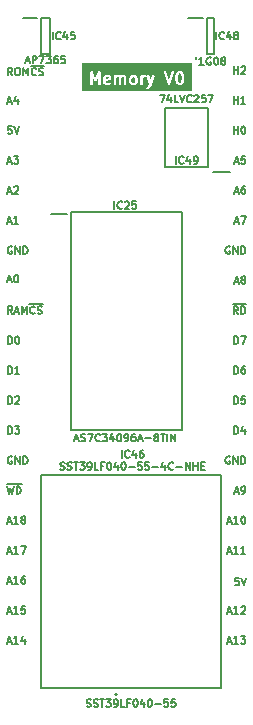
<source format=gbr>
%TF.GenerationSoftware,KiCad,Pcbnew,7.0.5*%
%TF.CreationDate,2024-01-10T17:55:56+02:00*%
%TF.ProjectId,HCP65 MPU Memory,48435036-3520-44d5-9055-204d656d6f72,rev?*%
%TF.SameCoordinates,Original*%
%TF.FileFunction,Legend,Top*%
%TF.FilePolarity,Positive*%
%FSLAX46Y46*%
G04 Gerber Fmt 4.6, Leading zero omitted, Abs format (unit mm)*
G04 Created by KiCad (PCBNEW 7.0.5) date 2024-01-10 17:55:56*
%MOMM*%
%LPD*%
G01*
G04 APERTURE LIST*
%ADD10C,0.150000*%
%ADD11C,0.200000*%
%ADD12C,0.187000*%
G04 APERTURE END LIST*
D10*
X88085493Y-86041201D02*
X88025017Y-86010963D01*
X88025017Y-86010963D02*
X87934303Y-86010963D01*
X87934303Y-86010963D02*
X87843588Y-86041201D01*
X87843588Y-86041201D02*
X87783112Y-86101677D01*
X87783112Y-86101677D02*
X87752874Y-86162153D01*
X87752874Y-86162153D02*
X87722636Y-86283105D01*
X87722636Y-86283105D02*
X87722636Y-86373820D01*
X87722636Y-86373820D02*
X87752874Y-86494772D01*
X87752874Y-86494772D02*
X87783112Y-86555248D01*
X87783112Y-86555248D02*
X87843588Y-86615725D01*
X87843588Y-86615725D02*
X87934303Y-86645963D01*
X87934303Y-86645963D02*
X87994779Y-86645963D01*
X87994779Y-86645963D02*
X88085493Y-86615725D01*
X88085493Y-86615725D02*
X88115731Y-86585486D01*
X88115731Y-86585486D02*
X88115731Y-86373820D01*
X88115731Y-86373820D02*
X87994779Y-86373820D01*
X88387874Y-86645963D02*
X88387874Y-86010963D01*
X88387874Y-86010963D02*
X88750731Y-86645963D01*
X88750731Y-86645963D02*
X88750731Y-86010963D01*
X89053112Y-86645963D02*
X89053112Y-86010963D01*
X89053112Y-86010963D02*
X89204302Y-86010963D01*
X89204302Y-86010963D02*
X89295017Y-86041201D01*
X89295017Y-86041201D02*
X89355493Y-86101677D01*
X89355493Y-86101677D02*
X89385731Y-86162153D01*
X89385731Y-86162153D02*
X89415969Y-86283105D01*
X89415969Y-86283105D02*
X89415969Y-86373820D01*
X89415969Y-86373820D02*
X89385731Y-86494772D01*
X89385731Y-86494772D02*
X89355493Y-86555248D01*
X89355493Y-86555248D02*
X89295017Y-86615725D01*
X89295017Y-86615725D02*
X89204302Y-86645963D01*
X89204302Y-86645963D02*
X89053112Y-86645963D01*
X87752874Y-99345963D02*
X87752874Y-98710963D01*
X87752874Y-98710963D02*
X87904064Y-98710963D01*
X87904064Y-98710963D02*
X87994779Y-98741201D01*
X87994779Y-98741201D02*
X88055255Y-98801677D01*
X88055255Y-98801677D02*
X88085493Y-98862153D01*
X88085493Y-98862153D02*
X88115731Y-98983105D01*
X88115731Y-98983105D02*
X88115731Y-99073820D01*
X88115731Y-99073820D02*
X88085493Y-99194772D01*
X88085493Y-99194772D02*
X88055255Y-99255248D01*
X88055255Y-99255248D02*
X87994779Y-99315725D01*
X87994779Y-99315725D02*
X87904064Y-99345963D01*
X87904064Y-99345963D02*
X87752874Y-99345963D01*
X88357636Y-98771439D02*
X88387874Y-98741201D01*
X88387874Y-98741201D02*
X88448350Y-98710963D01*
X88448350Y-98710963D02*
X88599541Y-98710963D01*
X88599541Y-98710963D02*
X88660017Y-98741201D01*
X88660017Y-98741201D02*
X88690255Y-98771439D01*
X88690255Y-98771439D02*
X88720493Y-98831915D01*
X88720493Y-98831915D02*
X88720493Y-98892391D01*
X88720493Y-98892391D02*
X88690255Y-98983105D01*
X88690255Y-98983105D02*
X88327398Y-99345963D01*
X88327398Y-99345963D02*
X88720493Y-99345963D01*
X106345458Y-111864534D02*
X106647839Y-111864534D01*
X106284982Y-112045963D02*
X106496648Y-111410963D01*
X106496648Y-111410963D02*
X106708315Y-112045963D01*
X107252601Y-112045963D02*
X106889744Y-112045963D01*
X107071172Y-112045963D02*
X107071172Y-111410963D01*
X107071172Y-111410963D02*
X107010696Y-111501677D01*
X107010696Y-111501677D02*
X106950220Y-111562153D01*
X106950220Y-111562153D02*
X106889744Y-111592391D01*
X107857363Y-112045963D02*
X107494506Y-112045963D01*
X107675934Y-112045963D02*
X107675934Y-111410963D01*
X107675934Y-111410963D02*
X107615458Y-111501677D01*
X107615458Y-111501677D02*
X107554982Y-111562153D01*
X107554982Y-111562153D02*
X107494506Y-111592391D01*
X106526887Y-86041201D02*
X106466411Y-86010963D01*
X106466411Y-86010963D02*
X106375697Y-86010963D01*
X106375697Y-86010963D02*
X106284982Y-86041201D01*
X106284982Y-86041201D02*
X106224506Y-86101677D01*
X106224506Y-86101677D02*
X106194268Y-86162153D01*
X106194268Y-86162153D02*
X106164030Y-86283105D01*
X106164030Y-86283105D02*
X106164030Y-86373820D01*
X106164030Y-86373820D02*
X106194268Y-86494772D01*
X106194268Y-86494772D02*
X106224506Y-86555248D01*
X106224506Y-86555248D02*
X106284982Y-86615725D01*
X106284982Y-86615725D02*
X106375697Y-86645963D01*
X106375697Y-86645963D02*
X106436173Y-86645963D01*
X106436173Y-86645963D02*
X106526887Y-86615725D01*
X106526887Y-86615725D02*
X106557125Y-86585486D01*
X106557125Y-86585486D02*
X106557125Y-86373820D01*
X106557125Y-86373820D02*
X106436173Y-86373820D01*
X106829268Y-86645963D02*
X106829268Y-86010963D01*
X106829268Y-86010963D02*
X107192125Y-86645963D01*
X107192125Y-86645963D02*
X107192125Y-86010963D01*
X107494506Y-86645963D02*
X107494506Y-86010963D01*
X107494506Y-86010963D02*
X107645696Y-86010963D01*
X107645696Y-86010963D02*
X107736411Y-86041201D01*
X107736411Y-86041201D02*
X107796887Y-86101677D01*
X107796887Y-86101677D02*
X107827125Y-86162153D01*
X107827125Y-86162153D02*
X107857363Y-86283105D01*
X107857363Y-86283105D02*
X107857363Y-86373820D01*
X107857363Y-86373820D02*
X107827125Y-86494772D01*
X107827125Y-86494772D02*
X107796887Y-86555248D01*
X107796887Y-86555248D02*
X107736411Y-86615725D01*
X107736411Y-86615725D02*
X107645696Y-86645963D01*
X107645696Y-86645963D02*
X107494506Y-86645963D01*
X87722636Y-119484534D02*
X88025017Y-119484534D01*
X87662160Y-119665963D02*
X87873826Y-119030963D01*
X87873826Y-119030963D02*
X88085493Y-119665963D01*
X88629779Y-119665963D02*
X88266922Y-119665963D01*
X88448350Y-119665963D02*
X88448350Y-119030963D01*
X88448350Y-119030963D02*
X88387874Y-119121677D01*
X88387874Y-119121677D02*
X88327398Y-119182153D01*
X88327398Y-119182153D02*
X88266922Y-119212391D01*
X89174065Y-119242629D02*
X89174065Y-119665963D01*
X89022874Y-119000725D02*
X88871684Y-119454296D01*
X88871684Y-119454296D02*
X89264779Y-119454296D01*
D11*
G36*
X96271130Y-71712706D02*
G01*
X96288581Y-71747607D01*
X96017095Y-71801904D01*
X96017095Y-71757015D01*
X96039249Y-71712706D01*
X96083558Y-71690552D01*
X96226822Y-71690552D01*
X96271130Y-71712706D01*
G37*
G36*
X98476906Y-71720356D02*
G01*
X98501575Y-71745026D01*
X98531380Y-71804634D01*
X98531380Y-72043136D01*
X98501576Y-72102743D01*
X98476905Y-72127414D01*
X98417298Y-72157219D01*
X98321653Y-72157219D01*
X98262046Y-72127415D01*
X98237375Y-72102743D01*
X98207571Y-72043135D01*
X98207571Y-71804634D01*
X98237375Y-71745025D01*
X98262045Y-71720356D01*
X98321653Y-71690552D01*
X98417298Y-71690552D01*
X98476906Y-71720356D01*
G37*
G36*
X102381669Y-71387023D02*
G01*
X102406339Y-71411693D01*
X102441790Y-71482596D01*
X102483762Y-71650482D01*
X102483762Y-71863953D01*
X102441790Y-72031841D01*
X102406339Y-72102743D01*
X102381668Y-72127414D01*
X102322061Y-72157219D01*
X102274035Y-72157219D01*
X102214428Y-72127415D01*
X102189757Y-72102743D01*
X102154305Y-72031840D01*
X102112334Y-71863954D01*
X102112334Y-71650483D01*
X102154305Y-71482595D01*
X102189757Y-71411692D01*
X102214427Y-71387022D01*
X102274035Y-71357219D01*
X102322061Y-71357219D01*
X102381669Y-71387023D01*
G37*
G36*
X103367096Y-72832857D02*
G01*
X93990905Y-72832857D01*
X93990905Y-72594225D01*
X99479605Y-72594225D01*
X99498125Y-72649953D01*
X99543834Y-72686823D01*
X99602220Y-72693126D01*
X99712505Y-72637983D01*
X99728948Y-72634406D01*
X99748427Y-72614926D01*
X99768608Y-72596155D01*
X99769092Y-72594261D01*
X99791432Y-72571921D01*
X99808562Y-72559716D01*
X99817250Y-72537995D01*
X99828459Y-72517468D01*
X99828004Y-72511110D01*
X99904552Y-72319740D01*
X99906155Y-72318505D01*
X99908219Y-72312723D01*
X99912624Y-72308441D01*
X99917539Y-72287270D01*
X99920045Y-72281008D01*
X99920226Y-72279106D01*
X100158962Y-71610645D01*
X100161473Y-71566977D01*
X100132611Y-71515833D01*
X100080681Y-71488413D01*
X100022169Y-71493420D01*
X99975654Y-71529266D01*
X99821857Y-71959897D01*
X99673100Y-71543377D01*
X99647380Y-71507999D01*
X99592649Y-71486709D01*
X99535097Y-71498389D01*
X99492995Y-71539330D01*
X99479712Y-71596533D01*
X99714954Y-72255214D01*
X99641393Y-72439118D01*
X99619764Y-72460747D01*
X99526180Y-72507540D01*
X99494153Y-72537330D01*
X99479605Y-72594225D01*
X93990905Y-72594225D01*
X93990905Y-71272899D01*
X94718822Y-71272899D01*
X94721857Y-71279402D01*
X94721857Y-72271598D01*
X94734180Y-72313566D01*
X94778562Y-72352023D01*
X94836689Y-72360380D01*
X94890108Y-72335985D01*
X94921857Y-72286582D01*
X94921857Y-71707975D01*
X95064230Y-72013062D01*
X95075866Y-72039105D01*
X95089105Y-72047768D01*
X95099567Y-72059642D01*
X95113170Y-72063515D01*
X95125005Y-72071259D01*
X95140827Y-72071389D01*
X95156048Y-72075723D01*
X95169586Y-72071626D01*
X95183729Y-72071743D01*
X95197110Y-72063297D01*
X95212256Y-72058715D01*
X95221430Y-72047949D01*
X95233391Y-72040401D01*
X95240081Y-72026063D01*
X95250347Y-72014018D01*
X95252244Y-71999999D01*
X95388523Y-71707975D01*
X95388523Y-72271598D01*
X95400846Y-72313566D01*
X95445228Y-72352023D01*
X95503355Y-72360380D01*
X95556774Y-72335985D01*
X95588523Y-72286582D01*
X95588523Y-71744597D01*
X95813475Y-71744597D01*
X95817095Y-71753325D01*
X95817095Y-71897463D01*
X95815641Y-71900023D01*
X95817095Y-71926625D01*
X95817095Y-72108975D01*
X95814521Y-72132819D01*
X95823659Y-72151096D01*
X95829418Y-72170708D01*
X95836558Y-72176895D01*
X95863878Y-72231535D01*
X95863741Y-72235420D01*
X95876885Y-72257550D01*
X95881701Y-72267182D01*
X95884204Y-72269873D01*
X95893730Y-72285911D01*
X95903812Y-72290952D01*
X95911492Y-72299208D01*
X95929568Y-72303830D01*
X96010413Y-72344253D01*
X96030589Y-72357219D01*
X96051024Y-72357219D01*
X96071140Y-72360839D01*
X96079868Y-72357219D01*
X96245043Y-72357219D01*
X96268886Y-72359793D01*
X96287162Y-72350654D01*
X96306775Y-72344896D01*
X96312963Y-72337754D01*
X96403248Y-72292612D01*
X96435274Y-72262822D01*
X96449823Y-72205927D01*
X96431303Y-72150199D01*
X96385593Y-72113329D01*
X96327207Y-72107026D01*
X96226822Y-72157219D01*
X96083558Y-72157219D01*
X96039249Y-72135064D01*
X96017095Y-72090755D01*
X96017095Y-72005865D01*
X96396053Y-71930073D01*
X96408117Y-71931808D01*
X96424274Y-71924429D01*
X96426996Y-71923885D01*
X96437306Y-71918477D01*
X96461536Y-71907413D01*
X96463127Y-71904937D01*
X96465732Y-71903571D01*
X96478882Y-71880421D01*
X96493285Y-71858010D01*
X96493285Y-71855066D01*
X96494738Y-71852509D01*
X96493284Y-71825925D01*
X96493285Y-71738793D01*
X96495859Y-71714950D01*
X96486720Y-71696672D01*
X96480962Y-71677062D01*
X96473820Y-71670874D01*
X96470201Y-71663636D01*
X96720017Y-71663636D01*
X96721857Y-71689365D01*
X96721857Y-72271598D01*
X96734180Y-72313566D01*
X96778562Y-72352023D01*
X96836689Y-72360380D01*
X96890108Y-72335985D01*
X96921857Y-72286582D01*
X96921857Y-71727211D01*
X96928711Y-71720356D01*
X96988320Y-71690552D01*
X97083965Y-71690552D01*
X97128273Y-71712706D01*
X97150428Y-71757015D01*
X97150428Y-72271598D01*
X97162751Y-72313566D01*
X97207133Y-72352023D01*
X97265260Y-72360380D01*
X97318679Y-72335985D01*
X97350428Y-72286582D01*
X97350428Y-71757015D01*
X97372582Y-71712706D01*
X97416891Y-71690552D01*
X97512536Y-71690552D01*
X97556845Y-71712706D01*
X97579000Y-71757015D01*
X97579000Y-72271598D01*
X97591323Y-72313566D01*
X97635705Y-72352023D01*
X97693832Y-72360380D01*
X97747251Y-72335985D01*
X97779000Y-72286582D01*
X97779000Y-71792216D01*
X98003951Y-71792216D01*
X98007571Y-71800944D01*
X98007571Y-72061356D01*
X98004997Y-72085200D01*
X98014135Y-72103476D01*
X98019894Y-72123089D01*
X98027035Y-72129277D01*
X98060139Y-72195484D01*
X98063716Y-72211927D01*
X98083199Y-72231410D01*
X98101968Y-72251588D01*
X98103860Y-72252071D01*
X98123232Y-72271444D01*
X98131825Y-72285911D01*
X98156463Y-72298230D01*
X98180654Y-72311440D01*
X98182603Y-72311300D01*
X98248508Y-72344253D01*
X98268684Y-72357219D01*
X98289119Y-72357219D01*
X98309235Y-72360839D01*
X98317963Y-72357219D01*
X98435519Y-72357219D01*
X98459362Y-72359793D01*
X98477638Y-72350654D01*
X98497251Y-72344896D01*
X98503439Y-72337754D01*
X98569647Y-72304650D01*
X98586091Y-72301073D01*
X98605576Y-72281587D01*
X98625750Y-72262822D01*
X98626234Y-72260928D01*
X98645607Y-72241555D01*
X98660072Y-72232964D01*
X98672389Y-72208329D01*
X98685601Y-72184133D01*
X98685461Y-72182185D01*
X98718414Y-72116280D01*
X98731380Y-72096105D01*
X98731380Y-72075669D01*
X98735000Y-72055554D01*
X98731380Y-72046825D01*
X98731380Y-71792216D01*
X98956332Y-71792216D01*
X98959952Y-71800944D01*
X98959952Y-72271598D01*
X98972275Y-72313566D01*
X99016657Y-72352023D01*
X99074784Y-72360380D01*
X99128203Y-72335985D01*
X99159952Y-72286582D01*
X99159952Y-71804634D01*
X99189756Y-71745025D01*
X99214425Y-71720356D01*
X99274034Y-71690552D01*
X99360045Y-71690552D01*
X99402013Y-71678229D01*
X99440470Y-71633847D01*
X99448827Y-71575720D01*
X99424432Y-71522301D01*
X99375029Y-71490552D01*
X99255812Y-71490552D01*
X99231969Y-71487978D01*
X99213691Y-71497116D01*
X99194081Y-71502875D01*
X99187893Y-71510016D01*
X99144660Y-71531632D01*
X99103247Y-71495748D01*
X99045120Y-71487391D01*
X98991701Y-71511786D01*
X98959952Y-71561189D01*
X98959952Y-71772100D01*
X98956332Y-71792216D01*
X98731380Y-71792216D01*
X98731380Y-71786412D01*
X98733954Y-71762569D01*
X98724815Y-71744291D01*
X98719057Y-71724681D01*
X98711915Y-71718493D01*
X98678810Y-71652282D01*
X98675234Y-71635842D01*
X98655759Y-71616367D01*
X98636983Y-71596181D01*
X98635088Y-71595696D01*
X98615718Y-71576326D01*
X98607126Y-71561860D01*
X98582491Y-71549542D01*
X98558296Y-71536331D01*
X98556346Y-71536470D01*
X98490445Y-71503519D01*
X98470267Y-71490552D01*
X98449831Y-71490552D01*
X98429716Y-71486932D01*
X98420988Y-71490552D01*
X98303431Y-71490552D01*
X98279588Y-71487978D01*
X98261310Y-71497116D01*
X98241700Y-71502875D01*
X98235512Y-71510016D01*
X98169301Y-71543121D01*
X98152861Y-71546698D01*
X98133386Y-71566172D01*
X98113200Y-71584949D01*
X98112715Y-71586843D01*
X98093345Y-71606213D01*
X98078879Y-71614806D01*
X98066561Y-71639440D01*
X98053350Y-71663636D01*
X98053489Y-71665585D01*
X98020538Y-71731486D01*
X98007571Y-71751665D01*
X98007571Y-71772100D01*
X98003951Y-71792216D01*
X97779000Y-71792216D01*
X97779000Y-71738793D01*
X97781574Y-71714950D01*
X97772435Y-71696672D01*
X97766677Y-71677062D01*
X97759535Y-71670874D01*
X97732216Y-71616236D01*
X97732354Y-71612350D01*
X97719201Y-71590205D01*
X97714393Y-71580589D01*
X97711893Y-71577902D01*
X97702365Y-71561859D01*
X97692281Y-71556817D01*
X97684603Y-71548562D01*
X97666525Y-71543939D01*
X97585681Y-71503518D01*
X97565505Y-71490552D01*
X97545069Y-71490552D01*
X97524954Y-71486932D01*
X97516226Y-71490552D01*
X97398669Y-71490552D01*
X97374826Y-71487978D01*
X97356548Y-71497116D01*
X97336938Y-71502875D01*
X97330750Y-71510016D01*
X97276112Y-71537335D01*
X97272227Y-71537198D01*
X97253977Y-71548037D01*
X97237950Y-71543938D01*
X97157112Y-71503519D01*
X97136934Y-71490552D01*
X97116498Y-71490552D01*
X97096383Y-71486932D01*
X97087655Y-71490552D01*
X96970098Y-71490552D01*
X96946255Y-71487978D01*
X96927977Y-71497116D01*
X96908367Y-71502875D01*
X96902179Y-71510016D01*
X96889141Y-71516534D01*
X96865152Y-71495748D01*
X96807025Y-71487391D01*
X96753606Y-71511786D01*
X96721857Y-71561189D01*
X96721856Y-71660266D01*
X96720017Y-71663636D01*
X96470201Y-71663636D01*
X96446501Y-71616236D01*
X96446639Y-71612351D01*
X96433489Y-71590211D01*
X96428678Y-71580589D01*
X96426177Y-71577900D01*
X96416650Y-71561860D01*
X96406568Y-71556819D01*
X96398888Y-71548562D01*
X96380807Y-71543938D01*
X96299969Y-71503519D01*
X96279791Y-71490552D01*
X96259355Y-71490552D01*
X96239240Y-71486932D01*
X96230512Y-71490552D01*
X96065336Y-71490552D01*
X96041493Y-71487978D01*
X96023215Y-71497116D01*
X96003605Y-71502875D01*
X95997417Y-71510016D01*
X95942779Y-71537335D01*
X95938894Y-71537198D01*
X95916754Y-71550347D01*
X95907132Y-71555159D01*
X95904443Y-71557659D01*
X95888403Y-71567187D01*
X95883362Y-71577268D01*
X95875105Y-71584949D01*
X95870481Y-71603029D01*
X95830062Y-71683867D01*
X95817095Y-71704046D01*
X95817095Y-71724481D01*
X95813475Y-71744597D01*
X95588523Y-71744597D01*
X95588523Y-71264787D01*
X95589101Y-71260986D01*
X100955799Y-71260986D01*
X101292697Y-72271679D01*
X101292290Y-72282949D01*
X101301805Y-72299002D01*
X101302965Y-72302482D01*
X101309099Y-72311309D01*
X101322233Y-72333467D01*
X101325709Y-72335209D01*
X101327927Y-72338400D01*
X101351718Y-72348242D01*
X101374735Y-72359776D01*
X101378598Y-72359362D01*
X101382192Y-72360849D01*
X101407522Y-72356266D01*
X101433127Y-72353526D01*
X101436157Y-72351086D01*
X101439979Y-72350395D01*
X101458805Y-72332851D01*
X101478869Y-72316698D01*
X101480098Y-72313009D01*
X101482942Y-72310360D01*
X101489298Y-72285409D01*
X101627090Y-71872033D01*
X101908198Y-71872033D01*
X101912334Y-71888576D01*
X101912334Y-71890645D01*
X101915813Y-71902495D01*
X101958618Y-72073715D01*
X101957379Y-72085200D01*
X101965600Y-72101642D01*
X101966426Y-72104945D01*
X101972011Y-72114465D01*
X102012521Y-72195484D01*
X102016098Y-72211927D01*
X102035581Y-72231410D01*
X102054350Y-72251588D01*
X102056242Y-72252071D01*
X102075614Y-72271444D01*
X102084207Y-72285911D01*
X102108845Y-72298230D01*
X102133036Y-72311440D01*
X102134985Y-72311300D01*
X102200890Y-72344253D01*
X102221066Y-72357219D01*
X102241501Y-72357219D01*
X102261617Y-72360839D01*
X102270345Y-72357219D01*
X102340282Y-72357219D01*
X102364125Y-72359793D01*
X102382401Y-72350654D01*
X102402014Y-72344896D01*
X102408202Y-72337754D01*
X102474410Y-72304650D01*
X102490854Y-72301073D01*
X102510339Y-72281587D01*
X102530513Y-72262822D01*
X102530997Y-72260928D01*
X102550370Y-72241555D01*
X102564835Y-72232964D01*
X102577152Y-72208329D01*
X102590364Y-72184133D01*
X102590224Y-72182185D01*
X102617619Y-72127395D01*
X102626036Y-72119482D01*
X102630495Y-72101643D01*
X102632016Y-72098603D01*
X102633969Y-72087748D01*
X102676785Y-71916485D01*
X102683762Y-71905629D01*
X102683762Y-71888577D01*
X102684264Y-71886570D01*
X102683762Y-71874223D01*
X102683762Y-71654629D01*
X102687898Y-71642404D01*
X102683762Y-71625860D01*
X102683762Y-71623792D01*
X102680282Y-71611941D01*
X102637477Y-71440720D01*
X102638717Y-71429236D01*
X102630495Y-71412792D01*
X102629670Y-71409492D01*
X102624086Y-71399975D01*
X102583573Y-71318949D01*
X102579997Y-71302509D01*
X102560522Y-71283034D01*
X102541746Y-71262848D01*
X102539851Y-71262363D01*
X102520481Y-71242993D01*
X102511889Y-71228527D01*
X102487254Y-71216209D01*
X102463059Y-71202998D01*
X102461109Y-71203137D01*
X102395208Y-71170186D01*
X102375030Y-71157219D01*
X102354594Y-71157219D01*
X102334479Y-71153599D01*
X102325751Y-71157219D01*
X102255813Y-71157219D01*
X102231970Y-71154645D01*
X102213692Y-71163783D01*
X102194082Y-71169542D01*
X102187894Y-71176683D01*
X102121683Y-71209788D01*
X102105243Y-71213365D01*
X102085768Y-71232839D01*
X102065582Y-71251616D01*
X102065097Y-71253510D01*
X102045727Y-71272880D01*
X102031261Y-71281473D01*
X102018943Y-71306107D01*
X102005732Y-71330303D01*
X102005871Y-71332252D01*
X101978477Y-71387040D01*
X101970060Y-71394955D01*
X101965600Y-71412795D01*
X101964080Y-71415835D01*
X101962127Y-71426686D01*
X101919310Y-71597951D01*
X101912334Y-71608808D01*
X101912334Y-71625859D01*
X101911832Y-71627867D01*
X101912334Y-71640213D01*
X101912334Y-71859807D01*
X101908198Y-71872033D01*
X101627090Y-71872033D01*
X101826034Y-71275201D01*
X101827615Y-71231490D01*
X101797672Y-71180972D01*
X101745170Y-71154662D01*
X101686778Y-71160913D01*
X101641036Y-71197740D01*
X101393286Y-71940990D01*
X101150274Y-71211955D01*
X101125312Y-71176038D01*
X101071047Y-71153589D01*
X101013260Y-71164042D01*
X100970296Y-71204078D01*
X100955799Y-71260986D01*
X95589101Y-71260986D01*
X95591803Y-71243235D01*
X95582572Y-71222575D01*
X95576200Y-71200872D01*
X95570776Y-71196172D01*
X95567848Y-71189618D01*
X95548914Y-71177229D01*
X95531818Y-71162415D01*
X95524713Y-71161393D01*
X95518708Y-71157464D01*
X95496084Y-71157277D01*
X95473691Y-71154058D01*
X95467162Y-71157039D01*
X95459984Y-71156980D01*
X95440849Y-71169055D01*
X95420272Y-71178453D01*
X95416391Y-71184491D01*
X95410322Y-71188322D01*
X95400755Y-71208821D01*
X95388523Y-71227856D01*
X95388523Y-71235034D01*
X95155190Y-71735032D01*
X94915674Y-71221784D01*
X94909534Y-71200872D01*
X94892437Y-71186057D01*
X94877480Y-71169081D01*
X94870576Y-71167115D01*
X94865152Y-71162415D01*
X94842759Y-71159195D01*
X94820999Y-71153000D01*
X94814127Y-71155079D01*
X94807025Y-71154058D01*
X94786449Y-71163454D01*
X94764791Y-71170008D01*
X94760135Y-71175471D01*
X94753606Y-71178453D01*
X94741375Y-71197484D01*
X94726700Y-71214705D01*
X94725737Y-71221818D01*
X94721857Y-71227856D01*
X94721857Y-71250479D01*
X94718822Y-71272899D01*
X93990905Y-71272899D01*
X93990905Y-70447143D01*
X103367096Y-70447143D01*
X103367096Y-72832857D01*
G37*
D10*
X106889744Y-96805963D02*
X106889744Y-96170963D01*
X106889744Y-96170963D02*
X107040934Y-96170963D01*
X107040934Y-96170963D02*
X107131649Y-96201201D01*
X107131649Y-96201201D02*
X107192125Y-96261677D01*
X107192125Y-96261677D02*
X107222363Y-96322153D01*
X107222363Y-96322153D02*
X107252601Y-96443105D01*
X107252601Y-96443105D02*
X107252601Y-96533820D01*
X107252601Y-96533820D02*
X107222363Y-96654772D01*
X107222363Y-96654772D02*
X107192125Y-96715248D01*
X107192125Y-96715248D02*
X107131649Y-96775725D01*
X107131649Y-96775725D02*
X107040934Y-96805963D01*
X107040934Y-96805963D02*
X106889744Y-96805963D01*
X107796887Y-96170963D02*
X107675934Y-96170963D01*
X107675934Y-96170963D02*
X107615458Y-96201201D01*
X107615458Y-96201201D02*
X107585220Y-96231439D01*
X107585220Y-96231439D02*
X107524744Y-96322153D01*
X107524744Y-96322153D02*
X107494506Y-96443105D01*
X107494506Y-96443105D02*
X107494506Y-96685010D01*
X107494506Y-96685010D02*
X107524744Y-96745486D01*
X107524744Y-96745486D02*
X107554982Y-96775725D01*
X107554982Y-96775725D02*
X107615458Y-96805963D01*
X107615458Y-96805963D02*
X107736411Y-96805963D01*
X107736411Y-96805963D02*
X107796887Y-96775725D01*
X107796887Y-96775725D02*
X107827125Y-96745486D01*
X107827125Y-96745486D02*
X107857363Y-96685010D01*
X107857363Y-96685010D02*
X107857363Y-96533820D01*
X107857363Y-96533820D02*
X107827125Y-96473344D01*
X107827125Y-96473344D02*
X107796887Y-96443105D01*
X107796887Y-96443105D02*
X107736411Y-96412867D01*
X107736411Y-96412867D02*
X107615458Y-96412867D01*
X107615458Y-96412867D02*
X107554982Y-96443105D01*
X107554982Y-96443105D02*
X107524744Y-96473344D01*
X107524744Y-96473344D02*
X107494506Y-96533820D01*
X106950220Y-83924534D02*
X107252601Y-83924534D01*
X106889744Y-84105963D02*
X107101410Y-83470963D01*
X107101410Y-83470963D02*
X107313077Y-84105963D01*
X107464268Y-83470963D02*
X107887601Y-83470963D01*
X107887601Y-83470963D02*
X107615458Y-84105963D01*
X87752874Y-96805963D02*
X87752874Y-96170963D01*
X87752874Y-96170963D02*
X87904064Y-96170963D01*
X87904064Y-96170963D02*
X87994779Y-96201201D01*
X87994779Y-96201201D02*
X88055255Y-96261677D01*
X88055255Y-96261677D02*
X88085493Y-96322153D01*
X88085493Y-96322153D02*
X88115731Y-96443105D01*
X88115731Y-96443105D02*
X88115731Y-96533820D01*
X88115731Y-96533820D02*
X88085493Y-96654772D01*
X88085493Y-96654772D02*
X88055255Y-96715248D01*
X88055255Y-96715248D02*
X87994779Y-96775725D01*
X87994779Y-96775725D02*
X87904064Y-96805963D01*
X87904064Y-96805963D02*
X87752874Y-96805963D01*
X88720493Y-96805963D02*
X88357636Y-96805963D01*
X88539064Y-96805963D02*
X88539064Y-96170963D01*
X88539064Y-96170963D02*
X88478588Y-96261677D01*
X88478588Y-96261677D02*
X88418112Y-96322153D01*
X88418112Y-96322153D02*
X88357636Y-96352391D01*
X87722636Y-88877534D02*
X88025017Y-88877534D01*
X87662160Y-89058963D02*
X87873826Y-88423963D01*
X87873826Y-88423963D02*
X88085493Y-89058963D01*
X88418112Y-88423963D02*
X88478589Y-88423963D01*
X88478589Y-88423963D02*
X88539065Y-88454201D01*
X88539065Y-88454201D02*
X88569303Y-88484439D01*
X88569303Y-88484439D02*
X88599541Y-88544915D01*
X88599541Y-88544915D02*
X88629779Y-88665867D01*
X88629779Y-88665867D02*
X88629779Y-88817058D01*
X88629779Y-88817058D02*
X88599541Y-88938010D01*
X88599541Y-88938010D02*
X88569303Y-88998486D01*
X88569303Y-88998486D02*
X88539065Y-89028725D01*
X88539065Y-89028725D02*
X88478589Y-89058963D01*
X88478589Y-89058963D02*
X88418112Y-89058963D01*
X88418112Y-89058963D02*
X88357636Y-89028725D01*
X88357636Y-89028725D02*
X88327398Y-88998486D01*
X88327398Y-88998486D02*
X88297160Y-88938010D01*
X88297160Y-88938010D02*
X88266922Y-88817058D01*
X88266922Y-88817058D02*
X88266922Y-88665867D01*
X88266922Y-88665867D02*
X88297160Y-88544915D01*
X88297160Y-88544915D02*
X88327398Y-88484439D01*
X88327398Y-88484439D02*
X88357636Y-88454201D01*
X88357636Y-88454201D02*
X88418112Y-88423963D01*
X87722636Y-114404534D02*
X88025017Y-114404534D01*
X87662160Y-114585963D02*
X87873826Y-113950963D01*
X87873826Y-113950963D02*
X88085493Y-114585963D01*
X88629779Y-114585963D02*
X88266922Y-114585963D01*
X88448350Y-114585963D02*
X88448350Y-113950963D01*
X88448350Y-113950963D02*
X88387874Y-114041677D01*
X88387874Y-114041677D02*
X88327398Y-114102153D01*
X88327398Y-114102153D02*
X88266922Y-114132391D01*
X89174065Y-113950963D02*
X89053112Y-113950963D01*
X89053112Y-113950963D02*
X88992636Y-113981201D01*
X88992636Y-113981201D02*
X88962398Y-114011439D01*
X88962398Y-114011439D02*
X88901922Y-114102153D01*
X88901922Y-114102153D02*
X88871684Y-114223105D01*
X88871684Y-114223105D02*
X88871684Y-114465010D01*
X88871684Y-114465010D02*
X88901922Y-114525486D01*
X88901922Y-114525486D02*
X88932160Y-114555725D01*
X88932160Y-114555725D02*
X88992636Y-114585963D01*
X88992636Y-114585963D02*
X89113589Y-114585963D01*
X89113589Y-114585963D02*
X89174065Y-114555725D01*
X89174065Y-114555725D02*
X89204303Y-114525486D01*
X89204303Y-114525486D02*
X89234541Y-114465010D01*
X89234541Y-114465010D02*
X89234541Y-114313820D01*
X89234541Y-114313820D02*
X89204303Y-114253344D01*
X89204303Y-114253344D02*
X89174065Y-114223105D01*
X89174065Y-114223105D02*
X89113589Y-114192867D01*
X89113589Y-114192867D02*
X88992636Y-114192867D01*
X88992636Y-114192867D02*
X88932160Y-114223105D01*
X88932160Y-114223105D02*
X88901922Y-114253344D01*
X88901922Y-114253344D02*
X88871684Y-114313820D01*
X106950220Y-78844534D02*
X107252601Y-78844534D01*
X106889744Y-79025963D02*
X107101410Y-78390963D01*
X107101410Y-78390963D02*
X107313077Y-79025963D01*
X107827125Y-78390963D02*
X107524744Y-78390963D01*
X107524744Y-78390963D02*
X107494506Y-78693344D01*
X107494506Y-78693344D02*
X107524744Y-78663105D01*
X107524744Y-78663105D02*
X107585220Y-78632867D01*
X107585220Y-78632867D02*
X107736411Y-78632867D01*
X107736411Y-78632867D02*
X107796887Y-78663105D01*
X107796887Y-78663105D02*
X107827125Y-78693344D01*
X107827125Y-78693344D02*
X107857363Y-78753820D01*
X107857363Y-78753820D02*
X107857363Y-78905010D01*
X107857363Y-78905010D02*
X107827125Y-78965486D01*
X107827125Y-78965486D02*
X107796887Y-78995725D01*
X107796887Y-78995725D02*
X107736411Y-79025963D01*
X107736411Y-79025963D02*
X107585220Y-79025963D01*
X107585220Y-79025963D02*
X107524744Y-78995725D01*
X107524744Y-78995725D02*
X107494506Y-78965486D01*
X106345458Y-119484534D02*
X106647839Y-119484534D01*
X106284982Y-119665963D02*
X106496648Y-119030963D01*
X106496648Y-119030963D02*
X106708315Y-119665963D01*
X107252601Y-119665963D02*
X106889744Y-119665963D01*
X107071172Y-119665963D02*
X107071172Y-119030963D01*
X107071172Y-119030963D02*
X107010696Y-119121677D01*
X107010696Y-119121677D02*
X106950220Y-119182153D01*
X106950220Y-119182153D02*
X106889744Y-119212391D01*
X107464268Y-119030963D02*
X107857363Y-119030963D01*
X107857363Y-119030963D02*
X107645696Y-119272867D01*
X107645696Y-119272867D02*
X107736411Y-119272867D01*
X107736411Y-119272867D02*
X107796887Y-119303105D01*
X107796887Y-119303105D02*
X107827125Y-119333344D01*
X107827125Y-119333344D02*
X107857363Y-119393820D01*
X107857363Y-119393820D02*
X107857363Y-119545010D01*
X107857363Y-119545010D02*
X107827125Y-119605486D01*
X107827125Y-119605486D02*
X107796887Y-119635725D01*
X107796887Y-119635725D02*
X107736411Y-119665963D01*
X107736411Y-119665963D02*
X107554982Y-119665963D01*
X107554982Y-119665963D02*
X107494506Y-119635725D01*
X107494506Y-119635725D02*
X107464268Y-119605486D01*
X87722636Y-73764534D02*
X88025017Y-73764534D01*
X87662160Y-73945963D02*
X87873826Y-73310963D01*
X87873826Y-73310963D02*
X88085493Y-73945963D01*
X88569303Y-73522629D02*
X88569303Y-73945963D01*
X88418112Y-73280725D02*
X88266922Y-73734296D01*
X88266922Y-73734296D02*
X88660017Y-73734296D01*
X87722636Y-78844534D02*
X88025017Y-78844534D01*
X87662160Y-79025963D02*
X87873826Y-78390963D01*
X87873826Y-78390963D02*
X88085493Y-79025963D01*
X88236684Y-78390963D02*
X88629779Y-78390963D01*
X88629779Y-78390963D02*
X88418112Y-78632867D01*
X88418112Y-78632867D02*
X88508827Y-78632867D01*
X88508827Y-78632867D02*
X88569303Y-78663105D01*
X88569303Y-78663105D02*
X88599541Y-78693344D01*
X88599541Y-78693344D02*
X88629779Y-78753820D01*
X88629779Y-78753820D02*
X88629779Y-78905010D01*
X88629779Y-78905010D02*
X88599541Y-78965486D01*
X88599541Y-78965486D02*
X88569303Y-78995725D01*
X88569303Y-78995725D02*
X88508827Y-79025963D01*
X88508827Y-79025963D02*
X88327398Y-79025963D01*
X88327398Y-79025963D02*
X88266922Y-78995725D01*
X88266922Y-78995725D02*
X88236684Y-78965486D01*
X106950220Y-106784534D02*
X107252601Y-106784534D01*
X106889744Y-106965963D02*
X107101410Y-106330963D01*
X107101410Y-106330963D02*
X107313077Y-106965963D01*
X107554982Y-106965963D02*
X107675934Y-106965963D01*
X107675934Y-106965963D02*
X107736411Y-106935725D01*
X107736411Y-106935725D02*
X107766649Y-106905486D01*
X107766649Y-106905486D02*
X107827125Y-106814772D01*
X107827125Y-106814772D02*
X107857363Y-106693820D01*
X107857363Y-106693820D02*
X107857363Y-106451915D01*
X107857363Y-106451915D02*
X107827125Y-106391439D01*
X107827125Y-106391439D02*
X107796887Y-106361201D01*
X107796887Y-106361201D02*
X107736411Y-106330963D01*
X107736411Y-106330963D02*
X107615458Y-106330963D01*
X107615458Y-106330963D02*
X107554982Y-106361201D01*
X107554982Y-106361201D02*
X107524744Y-106391439D01*
X107524744Y-106391439D02*
X107494506Y-106451915D01*
X107494506Y-106451915D02*
X107494506Y-106603105D01*
X107494506Y-106603105D02*
X107524744Y-106663582D01*
X107524744Y-106663582D02*
X107554982Y-106693820D01*
X107554982Y-106693820D02*
X107615458Y-106724058D01*
X107615458Y-106724058D02*
X107736411Y-106724058D01*
X107736411Y-106724058D02*
X107796887Y-106693820D01*
X107796887Y-106693820D02*
X107827125Y-106663582D01*
X107827125Y-106663582D02*
X107857363Y-106603105D01*
X106859506Y-73945963D02*
X106859506Y-73310963D01*
X106859506Y-73613344D02*
X107222363Y-73613344D01*
X107222363Y-73945963D02*
X107222363Y-73310963D01*
X107857363Y-73945963D02*
X107494506Y-73945963D01*
X107675934Y-73945963D02*
X107675934Y-73310963D01*
X107675934Y-73310963D02*
X107615458Y-73401677D01*
X107615458Y-73401677D02*
X107554982Y-73462153D01*
X107554982Y-73462153D02*
X107494506Y-73492391D01*
X87752874Y-94265963D02*
X87752874Y-93630963D01*
X87752874Y-93630963D02*
X87904064Y-93630963D01*
X87904064Y-93630963D02*
X87994779Y-93661201D01*
X87994779Y-93661201D02*
X88055255Y-93721677D01*
X88055255Y-93721677D02*
X88085493Y-93782153D01*
X88085493Y-93782153D02*
X88115731Y-93903105D01*
X88115731Y-93903105D02*
X88115731Y-93993820D01*
X88115731Y-93993820D02*
X88085493Y-94114772D01*
X88085493Y-94114772D02*
X88055255Y-94175248D01*
X88055255Y-94175248D02*
X87994779Y-94235725D01*
X87994779Y-94235725D02*
X87904064Y-94265963D01*
X87904064Y-94265963D02*
X87752874Y-94265963D01*
X88508826Y-93630963D02*
X88569303Y-93630963D01*
X88569303Y-93630963D02*
X88629779Y-93661201D01*
X88629779Y-93661201D02*
X88660017Y-93691439D01*
X88660017Y-93691439D02*
X88690255Y-93751915D01*
X88690255Y-93751915D02*
X88720493Y-93872867D01*
X88720493Y-93872867D02*
X88720493Y-94024058D01*
X88720493Y-94024058D02*
X88690255Y-94145010D01*
X88690255Y-94145010D02*
X88660017Y-94205486D01*
X88660017Y-94205486D02*
X88629779Y-94235725D01*
X88629779Y-94235725D02*
X88569303Y-94265963D01*
X88569303Y-94265963D02*
X88508826Y-94265963D01*
X88508826Y-94265963D02*
X88448350Y-94235725D01*
X88448350Y-94235725D02*
X88418112Y-94205486D01*
X88418112Y-94205486D02*
X88387874Y-94145010D01*
X88387874Y-94145010D02*
X88357636Y-94024058D01*
X88357636Y-94024058D02*
X88357636Y-93872867D01*
X88357636Y-93872867D02*
X88387874Y-93751915D01*
X88387874Y-93751915D02*
X88418112Y-93691439D01*
X88418112Y-93691439D02*
X88448350Y-93661201D01*
X88448350Y-93661201D02*
X88508826Y-93630963D01*
X87722636Y-83924534D02*
X88025017Y-83924534D01*
X87662160Y-84105963D02*
X87873826Y-83470963D01*
X87873826Y-83470963D02*
X88085493Y-84105963D01*
X88629779Y-84105963D02*
X88266922Y-84105963D01*
X88448350Y-84105963D02*
X88448350Y-83470963D01*
X88448350Y-83470963D02*
X88387874Y-83561677D01*
X88387874Y-83561677D02*
X88327398Y-83622153D01*
X88327398Y-83622153D02*
X88266922Y-83652391D01*
X106859506Y-71405963D02*
X106859506Y-70770963D01*
X106859506Y-71073344D02*
X107222363Y-71073344D01*
X107222363Y-71405963D02*
X107222363Y-70770963D01*
X107494506Y-70831439D02*
X107524744Y-70801201D01*
X107524744Y-70801201D02*
X107585220Y-70770963D01*
X107585220Y-70770963D02*
X107736411Y-70770963D01*
X107736411Y-70770963D02*
X107796887Y-70801201D01*
X107796887Y-70801201D02*
X107827125Y-70831439D01*
X107827125Y-70831439D02*
X107857363Y-70891915D01*
X107857363Y-70891915D02*
X107857363Y-70952391D01*
X107857363Y-70952391D02*
X107827125Y-71043105D01*
X107827125Y-71043105D02*
X107464268Y-71405963D01*
X107464268Y-71405963D02*
X107857363Y-71405963D01*
X106950220Y-89004534D02*
X107252601Y-89004534D01*
X106889744Y-89185963D02*
X107101410Y-88550963D01*
X107101410Y-88550963D02*
X107313077Y-89185963D01*
X107615458Y-88823105D02*
X107554982Y-88792867D01*
X107554982Y-88792867D02*
X107524744Y-88762629D01*
X107524744Y-88762629D02*
X107494506Y-88702153D01*
X107494506Y-88702153D02*
X107494506Y-88671915D01*
X107494506Y-88671915D02*
X107524744Y-88611439D01*
X107524744Y-88611439D02*
X107554982Y-88581201D01*
X107554982Y-88581201D02*
X107615458Y-88550963D01*
X107615458Y-88550963D02*
X107736411Y-88550963D01*
X107736411Y-88550963D02*
X107796887Y-88581201D01*
X107796887Y-88581201D02*
X107827125Y-88611439D01*
X107827125Y-88611439D02*
X107857363Y-88671915D01*
X107857363Y-88671915D02*
X107857363Y-88702153D01*
X107857363Y-88702153D02*
X107827125Y-88762629D01*
X107827125Y-88762629D02*
X107796887Y-88792867D01*
X107796887Y-88792867D02*
X107736411Y-88823105D01*
X107736411Y-88823105D02*
X107615458Y-88823105D01*
X107615458Y-88823105D02*
X107554982Y-88853344D01*
X107554982Y-88853344D02*
X107524744Y-88883582D01*
X107524744Y-88883582D02*
X107494506Y-88944058D01*
X107494506Y-88944058D02*
X107494506Y-89065010D01*
X107494506Y-89065010D02*
X107524744Y-89125486D01*
X107524744Y-89125486D02*
X107554982Y-89155725D01*
X107554982Y-89155725D02*
X107615458Y-89185963D01*
X107615458Y-89185963D02*
X107736411Y-89185963D01*
X107736411Y-89185963D02*
X107796887Y-89155725D01*
X107796887Y-89155725D02*
X107827125Y-89125486D01*
X107827125Y-89125486D02*
X107857363Y-89065010D01*
X107857363Y-89065010D02*
X107857363Y-88944058D01*
X107857363Y-88944058D02*
X107827125Y-88883582D01*
X107827125Y-88883582D02*
X107796887Y-88853344D01*
X107796887Y-88853344D02*
X107736411Y-88823105D01*
X87722636Y-111864534D02*
X88025017Y-111864534D01*
X87662160Y-112045963D02*
X87873826Y-111410963D01*
X87873826Y-111410963D02*
X88085493Y-112045963D01*
X88629779Y-112045963D02*
X88266922Y-112045963D01*
X88448350Y-112045963D02*
X88448350Y-111410963D01*
X88448350Y-111410963D02*
X88387874Y-111501677D01*
X88387874Y-111501677D02*
X88327398Y-111562153D01*
X88327398Y-111562153D02*
X88266922Y-111592391D01*
X88841446Y-111410963D02*
X89264779Y-111410963D01*
X89264779Y-111410963D02*
X88992636Y-112045963D01*
X88115731Y-71532963D02*
X87904064Y-71230582D01*
X87752874Y-71532963D02*
X87752874Y-70897963D01*
X87752874Y-70897963D02*
X87994779Y-70897963D01*
X87994779Y-70897963D02*
X88055255Y-70928201D01*
X88055255Y-70928201D02*
X88085493Y-70958439D01*
X88085493Y-70958439D02*
X88115731Y-71018915D01*
X88115731Y-71018915D02*
X88115731Y-71109629D01*
X88115731Y-71109629D02*
X88085493Y-71170105D01*
X88085493Y-71170105D02*
X88055255Y-71200344D01*
X88055255Y-71200344D02*
X87994779Y-71230582D01*
X87994779Y-71230582D02*
X87752874Y-71230582D01*
X88508826Y-70897963D02*
X88629779Y-70897963D01*
X88629779Y-70897963D02*
X88690255Y-70928201D01*
X88690255Y-70928201D02*
X88750731Y-70988677D01*
X88750731Y-70988677D02*
X88780969Y-71109629D01*
X88780969Y-71109629D02*
X88780969Y-71321296D01*
X88780969Y-71321296D02*
X88750731Y-71442248D01*
X88750731Y-71442248D02*
X88690255Y-71502725D01*
X88690255Y-71502725D02*
X88629779Y-71532963D01*
X88629779Y-71532963D02*
X88508826Y-71532963D01*
X88508826Y-71532963D02*
X88448350Y-71502725D01*
X88448350Y-71502725D02*
X88387874Y-71442248D01*
X88387874Y-71442248D02*
X88357636Y-71321296D01*
X88357636Y-71321296D02*
X88357636Y-71109629D01*
X88357636Y-71109629D02*
X88387874Y-70988677D01*
X88387874Y-70988677D02*
X88448350Y-70928201D01*
X88448350Y-70928201D02*
X88508826Y-70897963D01*
X89053112Y-71532963D02*
X89053112Y-70897963D01*
X89053112Y-70897963D02*
X89264779Y-71351534D01*
X89264779Y-71351534D02*
X89476445Y-70897963D01*
X89476445Y-70897963D02*
X89476445Y-71532963D01*
X90141683Y-71472486D02*
X90111445Y-71502725D01*
X90111445Y-71502725D02*
X90020731Y-71532963D01*
X90020731Y-71532963D02*
X89960255Y-71532963D01*
X89960255Y-71532963D02*
X89869540Y-71502725D01*
X89869540Y-71502725D02*
X89809064Y-71442248D01*
X89809064Y-71442248D02*
X89778826Y-71381772D01*
X89778826Y-71381772D02*
X89748588Y-71260820D01*
X89748588Y-71260820D02*
X89748588Y-71170105D01*
X89748588Y-71170105D02*
X89778826Y-71049153D01*
X89778826Y-71049153D02*
X89809064Y-70988677D01*
X89809064Y-70988677D02*
X89869540Y-70928201D01*
X89869540Y-70928201D02*
X89960255Y-70897963D01*
X89960255Y-70897963D02*
X90020731Y-70897963D01*
X90020731Y-70897963D02*
X90111445Y-70928201D01*
X90111445Y-70928201D02*
X90141683Y-70958439D01*
X90383588Y-71502725D02*
X90474302Y-71532963D01*
X90474302Y-71532963D02*
X90625493Y-71532963D01*
X90625493Y-71532963D02*
X90685969Y-71502725D01*
X90685969Y-71502725D02*
X90716207Y-71472486D01*
X90716207Y-71472486D02*
X90746445Y-71412010D01*
X90746445Y-71412010D02*
X90746445Y-71351534D01*
X90746445Y-71351534D02*
X90716207Y-71291058D01*
X90716207Y-71291058D02*
X90685969Y-71260820D01*
X90685969Y-71260820D02*
X90625493Y-71230582D01*
X90625493Y-71230582D02*
X90504540Y-71200344D01*
X90504540Y-71200344D02*
X90444064Y-71170105D01*
X90444064Y-71170105D02*
X90413826Y-71139867D01*
X90413826Y-71139867D02*
X90383588Y-71079391D01*
X90383588Y-71079391D02*
X90383588Y-71018915D01*
X90383588Y-71018915D02*
X90413826Y-70958439D01*
X90413826Y-70958439D02*
X90444064Y-70928201D01*
X90444064Y-70928201D02*
X90504540Y-70897963D01*
X90504540Y-70897963D02*
X90655731Y-70897963D01*
X90655731Y-70897963D02*
X90746445Y-70928201D01*
X89691136Y-70721675D02*
X90803898Y-70721675D01*
X107222363Y-91725963D02*
X107010696Y-91423582D01*
X106859506Y-91725963D02*
X106859506Y-91090963D01*
X106859506Y-91090963D02*
X107101411Y-91090963D01*
X107101411Y-91090963D02*
X107161887Y-91121201D01*
X107161887Y-91121201D02*
X107192125Y-91151439D01*
X107192125Y-91151439D02*
X107222363Y-91211915D01*
X107222363Y-91211915D02*
X107222363Y-91302629D01*
X107222363Y-91302629D02*
X107192125Y-91363105D01*
X107192125Y-91363105D02*
X107161887Y-91393344D01*
X107161887Y-91393344D02*
X107101411Y-91423582D01*
X107101411Y-91423582D02*
X106859506Y-91423582D01*
X107494506Y-91725963D02*
X107494506Y-91090963D01*
X107494506Y-91090963D02*
X107645696Y-91090963D01*
X107645696Y-91090963D02*
X107736411Y-91121201D01*
X107736411Y-91121201D02*
X107796887Y-91181677D01*
X107796887Y-91181677D02*
X107827125Y-91242153D01*
X107827125Y-91242153D02*
X107857363Y-91363105D01*
X107857363Y-91363105D02*
X107857363Y-91453820D01*
X107857363Y-91453820D02*
X107827125Y-91574772D01*
X107827125Y-91574772D02*
X107796887Y-91635248D01*
X107796887Y-91635248D02*
X107736411Y-91695725D01*
X107736411Y-91695725D02*
X107645696Y-91725963D01*
X107645696Y-91725963D02*
X107494506Y-91725963D01*
X106771816Y-90914675D02*
X107914816Y-90914675D01*
X88115731Y-91725963D02*
X87904064Y-91423582D01*
X87752874Y-91725963D02*
X87752874Y-91090963D01*
X87752874Y-91090963D02*
X87994779Y-91090963D01*
X87994779Y-91090963D02*
X88055255Y-91121201D01*
X88055255Y-91121201D02*
X88085493Y-91151439D01*
X88085493Y-91151439D02*
X88115731Y-91211915D01*
X88115731Y-91211915D02*
X88115731Y-91302629D01*
X88115731Y-91302629D02*
X88085493Y-91363105D01*
X88085493Y-91363105D02*
X88055255Y-91393344D01*
X88055255Y-91393344D02*
X87994779Y-91423582D01*
X87994779Y-91423582D02*
X87752874Y-91423582D01*
X88357636Y-91544534D02*
X88660017Y-91544534D01*
X88297160Y-91725963D02*
X88508826Y-91090963D01*
X88508826Y-91090963D02*
X88720493Y-91725963D01*
X88932160Y-91725963D02*
X88932160Y-91090963D01*
X88932160Y-91090963D02*
X89143827Y-91544534D01*
X89143827Y-91544534D02*
X89355493Y-91090963D01*
X89355493Y-91090963D02*
X89355493Y-91725963D01*
X90020731Y-91665486D02*
X89990493Y-91695725D01*
X89990493Y-91695725D02*
X89899779Y-91725963D01*
X89899779Y-91725963D02*
X89839303Y-91725963D01*
X89839303Y-91725963D02*
X89748588Y-91695725D01*
X89748588Y-91695725D02*
X89688112Y-91635248D01*
X89688112Y-91635248D02*
X89657874Y-91574772D01*
X89657874Y-91574772D02*
X89627636Y-91453820D01*
X89627636Y-91453820D02*
X89627636Y-91363105D01*
X89627636Y-91363105D02*
X89657874Y-91242153D01*
X89657874Y-91242153D02*
X89688112Y-91181677D01*
X89688112Y-91181677D02*
X89748588Y-91121201D01*
X89748588Y-91121201D02*
X89839303Y-91090963D01*
X89839303Y-91090963D02*
X89899779Y-91090963D01*
X89899779Y-91090963D02*
X89990493Y-91121201D01*
X89990493Y-91121201D02*
X90020731Y-91151439D01*
X90262636Y-91695725D02*
X90353350Y-91725963D01*
X90353350Y-91725963D02*
X90504541Y-91725963D01*
X90504541Y-91725963D02*
X90565017Y-91695725D01*
X90565017Y-91695725D02*
X90595255Y-91665486D01*
X90595255Y-91665486D02*
X90625493Y-91605010D01*
X90625493Y-91605010D02*
X90625493Y-91544534D01*
X90625493Y-91544534D02*
X90595255Y-91484058D01*
X90595255Y-91484058D02*
X90565017Y-91453820D01*
X90565017Y-91453820D02*
X90504541Y-91423582D01*
X90504541Y-91423582D02*
X90383588Y-91393344D01*
X90383588Y-91393344D02*
X90323112Y-91363105D01*
X90323112Y-91363105D02*
X90292874Y-91332867D01*
X90292874Y-91332867D02*
X90262636Y-91272391D01*
X90262636Y-91272391D02*
X90262636Y-91211915D01*
X90262636Y-91211915D02*
X90292874Y-91151439D01*
X90292874Y-91151439D02*
X90323112Y-91121201D01*
X90323112Y-91121201D02*
X90383588Y-91090963D01*
X90383588Y-91090963D02*
X90534779Y-91090963D01*
X90534779Y-91090963D02*
X90625493Y-91121201D01*
X89570184Y-90914675D02*
X90682946Y-90914675D01*
X87692398Y-106330963D02*
X87843588Y-106965963D01*
X87843588Y-106965963D02*
X87964541Y-106512391D01*
X87964541Y-106512391D02*
X88085493Y-106965963D01*
X88085493Y-106965963D02*
X88236684Y-106330963D01*
X88478588Y-106965963D02*
X88478588Y-106330963D01*
X88478588Y-106330963D02*
X88629778Y-106330963D01*
X88629778Y-106330963D02*
X88720493Y-106361201D01*
X88720493Y-106361201D02*
X88780969Y-106421677D01*
X88780969Y-106421677D02*
X88811207Y-106482153D01*
X88811207Y-106482153D02*
X88841445Y-106603105D01*
X88841445Y-106603105D02*
X88841445Y-106693820D01*
X88841445Y-106693820D02*
X88811207Y-106814772D01*
X88811207Y-106814772D02*
X88780969Y-106875248D01*
X88780969Y-106875248D02*
X88720493Y-106935725D01*
X88720493Y-106935725D02*
X88629778Y-106965963D01*
X88629778Y-106965963D02*
X88478588Y-106965963D01*
X87665184Y-106154675D02*
X88898898Y-106154675D01*
X106526887Y-103821201D02*
X106466411Y-103790963D01*
X106466411Y-103790963D02*
X106375697Y-103790963D01*
X106375697Y-103790963D02*
X106284982Y-103821201D01*
X106284982Y-103821201D02*
X106224506Y-103881677D01*
X106224506Y-103881677D02*
X106194268Y-103942153D01*
X106194268Y-103942153D02*
X106164030Y-104063105D01*
X106164030Y-104063105D02*
X106164030Y-104153820D01*
X106164030Y-104153820D02*
X106194268Y-104274772D01*
X106194268Y-104274772D02*
X106224506Y-104335248D01*
X106224506Y-104335248D02*
X106284982Y-104395725D01*
X106284982Y-104395725D02*
X106375697Y-104425963D01*
X106375697Y-104425963D02*
X106436173Y-104425963D01*
X106436173Y-104425963D02*
X106526887Y-104395725D01*
X106526887Y-104395725D02*
X106557125Y-104365486D01*
X106557125Y-104365486D02*
X106557125Y-104153820D01*
X106557125Y-104153820D02*
X106436173Y-104153820D01*
X106829268Y-104425963D02*
X106829268Y-103790963D01*
X106829268Y-103790963D02*
X107192125Y-104425963D01*
X107192125Y-104425963D02*
X107192125Y-103790963D01*
X107494506Y-104425963D02*
X107494506Y-103790963D01*
X107494506Y-103790963D02*
X107645696Y-103790963D01*
X107645696Y-103790963D02*
X107736411Y-103821201D01*
X107736411Y-103821201D02*
X107796887Y-103881677D01*
X107796887Y-103881677D02*
X107827125Y-103942153D01*
X107827125Y-103942153D02*
X107857363Y-104063105D01*
X107857363Y-104063105D02*
X107857363Y-104153820D01*
X107857363Y-104153820D02*
X107827125Y-104274772D01*
X107827125Y-104274772D02*
X107796887Y-104335248D01*
X107796887Y-104335248D02*
X107736411Y-104395725D01*
X107736411Y-104395725D02*
X107645696Y-104425963D01*
X107645696Y-104425963D02*
X107494506Y-104425963D01*
X106345458Y-109324534D02*
X106647839Y-109324534D01*
X106284982Y-109505963D02*
X106496648Y-108870963D01*
X106496648Y-108870963D02*
X106708315Y-109505963D01*
X107252601Y-109505963D02*
X106889744Y-109505963D01*
X107071172Y-109505963D02*
X107071172Y-108870963D01*
X107071172Y-108870963D02*
X107010696Y-108961677D01*
X107010696Y-108961677D02*
X106950220Y-109022153D01*
X106950220Y-109022153D02*
X106889744Y-109052391D01*
X107645696Y-108870963D02*
X107706173Y-108870963D01*
X107706173Y-108870963D02*
X107766649Y-108901201D01*
X107766649Y-108901201D02*
X107796887Y-108931439D01*
X107796887Y-108931439D02*
X107827125Y-108991915D01*
X107827125Y-108991915D02*
X107857363Y-109112867D01*
X107857363Y-109112867D02*
X107857363Y-109264058D01*
X107857363Y-109264058D02*
X107827125Y-109385010D01*
X107827125Y-109385010D02*
X107796887Y-109445486D01*
X107796887Y-109445486D02*
X107766649Y-109475725D01*
X107766649Y-109475725D02*
X107706173Y-109505963D01*
X107706173Y-109505963D02*
X107645696Y-109505963D01*
X107645696Y-109505963D02*
X107585220Y-109475725D01*
X107585220Y-109475725D02*
X107554982Y-109445486D01*
X107554982Y-109445486D02*
X107524744Y-109385010D01*
X107524744Y-109385010D02*
X107494506Y-109264058D01*
X107494506Y-109264058D02*
X107494506Y-109112867D01*
X107494506Y-109112867D02*
X107524744Y-108991915D01*
X107524744Y-108991915D02*
X107554982Y-108931439D01*
X107554982Y-108931439D02*
X107585220Y-108901201D01*
X107585220Y-108901201D02*
X107645696Y-108870963D01*
X106859506Y-76485963D02*
X106859506Y-75850963D01*
X106859506Y-76153344D02*
X107222363Y-76153344D01*
X107222363Y-76485963D02*
X107222363Y-75850963D01*
X107645696Y-75850963D02*
X107706173Y-75850963D01*
X107706173Y-75850963D02*
X107766649Y-75881201D01*
X107766649Y-75881201D02*
X107796887Y-75911439D01*
X107796887Y-75911439D02*
X107827125Y-75971915D01*
X107827125Y-75971915D02*
X107857363Y-76092867D01*
X107857363Y-76092867D02*
X107857363Y-76244058D01*
X107857363Y-76244058D02*
X107827125Y-76365010D01*
X107827125Y-76365010D02*
X107796887Y-76425486D01*
X107796887Y-76425486D02*
X107766649Y-76455725D01*
X107766649Y-76455725D02*
X107706173Y-76485963D01*
X107706173Y-76485963D02*
X107645696Y-76485963D01*
X107645696Y-76485963D02*
X107585220Y-76455725D01*
X107585220Y-76455725D02*
X107554982Y-76425486D01*
X107554982Y-76425486D02*
X107524744Y-76365010D01*
X107524744Y-76365010D02*
X107494506Y-76244058D01*
X107494506Y-76244058D02*
X107494506Y-76092867D01*
X107494506Y-76092867D02*
X107524744Y-75971915D01*
X107524744Y-75971915D02*
X107554982Y-75911439D01*
X107554982Y-75911439D02*
X107585220Y-75881201D01*
X107585220Y-75881201D02*
X107645696Y-75850963D01*
X87752874Y-101885963D02*
X87752874Y-101250963D01*
X87752874Y-101250963D02*
X87904064Y-101250963D01*
X87904064Y-101250963D02*
X87994779Y-101281201D01*
X87994779Y-101281201D02*
X88055255Y-101341677D01*
X88055255Y-101341677D02*
X88085493Y-101402153D01*
X88085493Y-101402153D02*
X88115731Y-101523105D01*
X88115731Y-101523105D02*
X88115731Y-101613820D01*
X88115731Y-101613820D02*
X88085493Y-101734772D01*
X88085493Y-101734772D02*
X88055255Y-101795248D01*
X88055255Y-101795248D02*
X87994779Y-101855725D01*
X87994779Y-101855725D02*
X87904064Y-101885963D01*
X87904064Y-101885963D02*
X87752874Y-101885963D01*
X88327398Y-101250963D02*
X88720493Y-101250963D01*
X88720493Y-101250963D02*
X88508826Y-101492867D01*
X88508826Y-101492867D02*
X88599541Y-101492867D01*
X88599541Y-101492867D02*
X88660017Y-101523105D01*
X88660017Y-101523105D02*
X88690255Y-101553344D01*
X88690255Y-101553344D02*
X88720493Y-101613820D01*
X88720493Y-101613820D02*
X88720493Y-101765010D01*
X88720493Y-101765010D02*
X88690255Y-101825486D01*
X88690255Y-101825486D02*
X88660017Y-101855725D01*
X88660017Y-101855725D02*
X88599541Y-101885963D01*
X88599541Y-101885963D02*
X88418112Y-101885963D01*
X88418112Y-101885963D02*
X88357636Y-101855725D01*
X88357636Y-101855725D02*
X88327398Y-101825486D01*
X88055255Y-75850963D02*
X87752874Y-75850963D01*
X87752874Y-75850963D02*
X87722636Y-76153344D01*
X87722636Y-76153344D02*
X87752874Y-76123105D01*
X87752874Y-76123105D02*
X87813350Y-76092867D01*
X87813350Y-76092867D02*
X87964541Y-76092867D01*
X87964541Y-76092867D02*
X88025017Y-76123105D01*
X88025017Y-76123105D02*
X88055255Y-76153344D01*
X88055255Y-76153344D02*
X88085493Y-76213820D01*
X88085493Y-76213820D02*
X88085493Y-76365010D01*
X88085493Y-76365010D02*
X88055255Y-76425486D01*
X88055255Y-76425486D02*
X88025017Y-76455725D01*
X88025017Y-76455725D02*
X87964541Y-76485963D01*
X87964541Y-76485963D02*
X87813350Y-76485963D01*
X87813350Y-76485963D02*
X87752874Y-76455725D01*
X87752874Y-76455725D02*
X87722636Y-76425486D01*
X88266922Y-75850963D02*
X88478588Y-76485963D01*
X88478588Y-76485963D02*
X88690255Y-75850963D01*
X106950220Y-81384534D02*
X107252601Y-81384534D01*
X106889744Y-81565963D02*
X107101410Y-80930963D01*
X107101410Y-80930963D02*
X107313077Y-81565963D01*
X107796887Y-80930963D02*
X107675934Y-80930963D01*
X107675934Y-80930963D02*
X107615458Y-80961201D01*
X107615458Y-80961201D02*
X107585220Y-80991439D01*
X107585220Y-80991439D02*
X107524744Y-81082153D01*
X107524744Y-81082153D02*
X107494506Y-81203105D01*
X107494506Y-81203105D02*
X107494506Y-81445010D01*
X107494506Y-81445010D02*
X107524744Y-81505486D01*
X107524744Y-81505486D02*
X107554982Y-81535725D01*
X107554982Y-81535725D02*
X107615458Y-81565963D01*
X107615458Y-81565963D02*
X107736411Y-81565963D01*
X107736411Y-81565963D02*
X107796887Y-81535725D01*
X107796887Y-81535725D02*
X107827125Y-81505486D01*
X107827125Y-81505486D02*
X107857363Y-81445010D01*
X107857363Y-81445010D02*
X107857363Y-81293820D01*
X107857363Y-81293820D02*
X107827125Y-81233344D01*
X107827125Y-81233344D02*
X107796887Y-81203105D01*
X107796887Y-81203105D02*
X107736411Y-81172867D01*
X107736411Y-81172867D02*
X107615458Y-81172867D01*
X107615458Y-81172867D02*
X107554982Y-81203105D01*
X107554982Y-81203105D02*
X107524744Y-81233344D01*
X107524744Y-81233344D02*
X107494506Y-81293820D01*
X87722636Y-116944534D02*
X88025017Y-116944534D01*
X87662160Y-117125963D02*
X87873826Y-116490963D01*
X87873826Y-116490963D02*
X88085493Y-117125963D01*
X88629779Y-117125963D02*
X88266922Y-117125963D01*
X88448350Y-117125963D02*
X88448350Y-116490963D01*
X88448350Y-116490963D02*
X88387874Y-116581677D01*
X88387874Y-116581677D02*
X88327398Y-116642153D01*
X88327398Y-116642153D02*
X88266922Y-116672391D01*
X89204303Y-116490963D02*
X88901922Y-116490963D01*
X88901922Y-116490963D02*
X88871684Y-116793344D01*
X88871684Y-116793344D02*
X88901922Y-116763105D01*
X88901922Y-116763105D02*
X88962398Y-116732867D01*
X88962398Y-116732867D02*
X89113589Y-116732867D01*
X89113589Y-116732867D02*
X89174065Y-116763105D01*
X89174065Y-116763105D02*
X89204303Y-116793344D01*
X89204303Y-116793344D02*
X89234541Y-116853820D01*
X89234541Y-116853820D02*
X89234541Y-117005010D01*
X89234541Y-117005010D02*
X89204303Y-117065486D01*
X89204303Y-117065486D02*
X89174065Y-117095725D01*
X89174065Y-117095725D02*
X89113589Y-117125963D01*
X89113589Y-117125963D02*
X88962398Y-117125963D01*
X88962398Y-117125963D02*
X88901922Y-117095725D01*
X88901922Y-117095725D02*
X88871684Y-117065486D01*
X106889744Y-101885963D02*
X106889744Y-101250963D01*
X106889744Y-101250963D02*
X107040934Y-101250963D01*
X107040934Y-101250963D02*
X107131649Y-101281201D01*
X107131649Y-101281201D02*
X107192125Y-101341677D01*
X107192125Y-101341677D02*
X107222363Y-101402153D01*
X107222363Y-101402153D02*
X107252601Y-101523105D01*
X107252601Y-101523105D02*
X107252601Y-101613820D01*
X107252601Y-101613820D02*
X107222363Y-101734772D01*
X107222363Y-101734772D02*
X107192125Y-101795248D01*
X107192125Y-101795248D02*
X107131649Y-101855725D01*
X107131649Y-101855725D02*
X107040934Y-101885963D01*
X107040934Y-101885963D02*
X106889744Y-101885963D01*
X107796887Y-101462629D02*
X107796887Y-101885963D01*
X107645696Y-101220725D02*
X107494506Y-101674296D01*
X107494506Y-101674296D02*
X107887601Y-101674296D01*
X106889744Y-94265963D02*
X106889744Y-93630963D01*
X106889744Y-93630963D02*
X107040934Y-93630963D01*
X107040934Y-93630963D02*
X107131649Y-93661201D01*
X107131649Y-93661201D02*
X107192125Y-93721677D01*
X107192125Y-93721677D02*
X107222363Y-93782153D01*
X107222363Y-93782153D02*
X107252601Y-93903105D01*
X107252601Y-93903105D02*
X107252601Y-93993820D01*
X107252601Y-93993820D02*
X107222363Y-94114772D01*
X107222363Y-94114772D02*
X107192125Y-94175248D01*
X107192125Y-94175248D02*
X107131649Y-94235725D01*
X107131649Y-94235725D02*
X107040934Y-94265963D01*
X107040934Y-94265963D02*
X106889744Y-94265963D01*
X107464268Y-93630963D02*
X107887601Y-93630963D01*
X107887601Y-93630963D02*
X107615458Y-94265963D01*
X88085493Y-103821201D02*
X88025017Y-103790963D01*
X88025017Y-103790963D02*
X87934303Y-103790963D01*
X87934303Y-103790963D02*
X87843588Y-103821201D01*
X87843588Y-103821201D02*
X87783112Y-103881677D01*
X87783112Y-103881677D02*
X87752874Y-103942153D01*
X87752874Y-103942153D02*
X87722636Y-104063105D01*
X87722636Y-104063105D02*
X87722636Y-104153820D01*
X87722636Y-104153820D02*
X87752874Y-104274772D01*
X87752874Y-104274772D02*
X87783112Y-104335248D01*
X87783112Y-104335248D02*
X87843588Y-104395725D01*
X87843588Y-104395725D02*
X87934303Y-104425963D01*
X87934303Y-104425963D02*
X87994779Y-104425963D01*
X87994779Y-104425963D02*
X88085493Y-104395725D01*
X88085493Y-104395725D02*
X88115731Y-104365486D01*
X88115731Y-104365486D02*
X88115731Y-104153820D01*
X88115731Y-104153820D02*
X87994779Y-104153820D01*
X88387874Y-104425963D02*
X88387874Y-103790963D01*
X88387874Y-103790963D02*
X88750731Y-104425963D01*
X88750731Y-104425963D02*
X88750731Y-103790963D01*
X89053112Y-104425963D02*
X89053112Y-103790963D01*
X89053112Y-103790963D02*
X89204302Y-103790963D01*
X89204302Y-103790963D02*
X89295017Y-103821201D01*
X89295017Y-103821201D02*
X89355493Y-103881677D01*
X89355493Y-103881677D02*
X89385731Y-103942153D01*
X89385731Y-103942153D02*
X89415969Y-104063105D01*
X89415969Y-104063105D02*
X89415969Y-104153820D01*
X89415969Y-104153820D02*
X89385731Y-104274772D01*
X89385731Y-104274772D02*
X89355493Y-104335248D01*
X89355493Y-104335248D02*
X89295017Y-104395725D01*
X89295017Y-104395725D02*
X89204302Y-104425963D01*
X89204302Y-104425963D02*
X89053112Y-104425963D01*
X106889744Y-99345963D02*
X106889744Y-98710963D01*
X106889744Y-98710963D02*
X107040934Y-98710963D01*
X107040934Y-98710963D02*
X107131649Y-98741201D01*
X107131649Y-98741201D02*
X107192125Y-98801677D01*
X107192125Y-98801677D02*
X107222363Y-98862153D01*
X107222363Y-98862153D02*
X107252601Y-98983105D01*
X107252601Y-98983105D02*
X107252601Y-99073820D01*
X107252601Y-99073820D02*
X107222363Y-99194772D01*
X107222363Y-99194772D02*
X107192125Y-99255248D01*
X107192125Y-99255248D02*
X107131649Y-99315725D01*
X107131649Y-99315725D02*
X107040934Y-99345963D01*
X107040934Y-99345963D02*
X106889744Y-99345963D01*
X107827125Y-98710963D02*
X107524744Y-98710963D01*
X107524744Y-98710963D02*
X107494506Y-99013344D01*
X107494506Y-99013344D02*
X107524744Y-98983105D01*
X107524744Y-98983105D02*
X107585220Y-98952867D01*
X107585220Y-98952867D02*
X107736411Y-98952867D01*
X107736411Y-98952867D02*
X107796887Y-98983105D01*
X107796887Y-98983105D02*
X107827125Y-99013344D01*
X107827125Y-99013344D02*
X107857363Y-99073820D01*
X107857363Y-99073820D02*
X107857363Y-99225010D01*
X107857363Y-99225010D02*
X107827125Y-99285486D01*
X107827125Y-99285486D02*
X107796887Y-99315725D01*
X107796887Y-99315725D02*
X107736411Y-99345963D01*
X107736411Y-99345963D02*
X107585220Y-99345963D01*
X107585220Y-99345963D02*
X107524744Y-99315725D01*
X107524744Y-99315725D02*
X107494506Y-99285486D01*
X87722636Y-81384534D02*
X88025017Y-81384534D01*
X87662160Y-81565963D02*
X87873826Y-80930963D01*
X87873826Y-80930963D02*
X88085493Y-81565963D01*
X88266922Y-80991439D02*
X88297160Y-80961201D01*
X88297160Y-80961201D02*
X88357636Y-80930963D01*
X88357636Y-80930963D02*
X88508827Y-80930963D01*
X88508827Y-80930963D02*
X88569303Y-80961201D01*
X88569303Y-80961201D02*
X88599541Y-80991439D01*
X88599541Y-80991439D02*
X88629779Y-81051915D01*
X88629779Y-81051915D02*
X88629779Y-81112391D01*
X88629779Y-81112391D02*
X88599541Y-81203105D01*
X88599541Y-81203105D02*
X88236684Y-81565963D01*
X88236684Y-81565963D02*
X88629779Y-81565963D01*
X107282839Y-114077963D02*
X106980458Y-114077963D01*
X106980458Y-114077963D02*
X106950220Y-114380344D01*
X106950220Y-114380344D02*
X106980458Y-114350105D01*
X106980458Y-114350105D02*
X107040934Y-114319867D01*
X107040934Y-114319867D02*
X107192125Y-114319867D01*
X107192125Y-114319867D02*
X107252601Y-114350105D01*
X107252601Y-114350105D02*
X107282839Y-114380344D01*
X107282839Y-114380344D02*
X107313077Y-114440820D01*
X107313077Y-114440820D02*
X107313077Y-114592010D01*
X107313077Y-114592010D02*
X107282839Y-114652486D01*
X107282839Y-114652486D02*
X107252601Y-114682725D01*
X107252601Y-114682725D02*
X107192125Y-114712963D01*
X107192125Y-114712963D02*
X107040934Y-114712963D01*
X107040934Y-114712963D02*
X106980458Y-114682725D01*
X106980458Y-114682725D02*
X106950220Y-114652486D01*
X107494506Y-114077963D02*
X107706172Y-114712963D01*
X107706172Y-114712963D02*
X107917839Y-114077963D01*
X87722636Y-109324534D02*
X88025017Y-109324534D01*
X87662160Y-109505963D02*
X87873826Y-108870963D01*
X87873826Y-108870963D02*
X88085493Y-109505963D01*
X88629779Y-109505963D02*
X88266922Y-109505963D01*
X88448350Y-109505963D02*
X88448350Y-108870963D01*
X88448350Y-108870963D02*
X88387874Y-108961677D01*
X88387874Y-108961677D02*
X88327398Y-109022153D01*
X88327398Y-109022153D02*
X88266922Y-109052391D01*
X88992636Y-109143105D02*
X88932160Y-109112867D01*
X88932160Y-109112867D02*
X88901922Y-109082629D01*
X88901922Y-109082629D02*
X88871684Y-109022153D01*
X88871684Y-109022153D02*
X88871684Y-108991915D01*
X88871684Y-108991915D02*
X88901922Y-108931439D01*
X88901922Y-108931439D02*
X88932160Y-108901201D01*
X88932160Y-108901201D02*
X88992636Y-108870963D01*
X88992636Y-108870963D02*
X89113589Y-108870963D01*
X89113589Y-108870963D02*
X89174065Y-108901201D01*
X89174065Y-108901201D02*
X89204303Y-108931439D01*
X89204303Y-108931439D02*
X89234541Y-108991915D01*
X89234541Y-108991915D02*
X89234541Y-109022153D01*
X89234541Y-109022153D02*
X89204303Y-109082629D01*
X89204303Y-109082629D02*
X89174065Y-109112867D01*
X89174065Y-109112867D02*
X89113589Y-109143105D01*
X89113589Y-109143105D02*
X88992636Y-109143105D01*
X88992636Y-109143105D02*
X88932160Y-109173344D01*
X88932160Y-109173344D02*
X88901922Y-109203582D01*
X88901922Y-109203582D02*
X88871684Y-109264058D01*
X88871684Y-109264058D02*
X88871684Y-109385010D01*
X88871684Y-109385010D02*
X88901922Y-109445486D01*
X88901922Y-109445486D02*
X88932160Y-109475725D01*
X88932160Y-109475725D02*
X88992636Y-109505963D01*
X88992636Y-109505963D02*
X89113589Y-109505963D01*
X89113589Y-109505963D02*
X89174065Y-109475725D01*
X89174065Y-109475725D02*
X89204303Y-109445486D01*
X89204303Y-109445486D02*
X89234541Y-109385010D01*
X89234541Y-109385010D02*
X89234541Y-109264058D01*
X89234541Y-109264058D02*
X89204303Y-109203582D01*
X89204303Y-109203582D02*
X89174065Y-109173344D01*
X89174065Y-109173344D02*
X89113589Y-109143105D01*
X106345458Y-116944534D02*
X106647839Y-116944534D01*
X106284982Y-117125963D02*
X106496648Y-116490963D01*
X106496648Y-116490963D02*
X106708315Y-117125963D01*
X107252601Y-117125963D02*
X106889744Y-117125963D01*
X107071172Y-117125963D02*
X107071172Y-116490963D01*
X107071172Y-116490963D02*
X107010696Y-116581677D01*
X107010696Y-116581677D02*
X106950220Y-116642153D01*
X106950220Y-116642153D02*
X106889744Y-116672391D01*
X107494506Y-116551439D02*
X107524744Y-116521201D01*
X107524744Y-116521201D02*
X107585220Y-116490963D01*
X107585220Y-116490963D02*
X107736411Y-116490963D01*
X107736411Y-116490963D02*
X107796887Y-116521201D01*
X107796887Y-116521201D02*
X107827125Y-116551439D01*
X107827125Y-116551439D02*
X107857363Y-116611915D01*
X107857363Y-116611915D02*
X107857363Y-116672391D01*
X107857363Y-116672391D02*
X107827125Y-116763105D01*
X107827125Y-116763105D02*
X107464268Y-117125963D01*
X107464268Y-117125963D02*
X107857363Y-117125963D01*
%TO.C,IC49*%
X101947738Y-79025963D02*
X101947738Y-78390963D01*
X102612976Y-78965486D02*
X102582738Y-78995725D01*
X102582738Y-78995725D02*
X102492024Y-79025963D01*
X102492024Y-79025963D02*
X102431548Y-79025963D01*
X102431548Y-79025963D02*
X102340833Y-78995725D01*
X102340833Y-78995725D02*
X102280357Y-78935248D01*
X102280357Y-78935248D02*
X102250119Y-78874772D01*
X102250119Y-78874772D02*
X102219881Y-78753820D01*
X102219881Y-78753820D02*
X102219881Y-78663105D01*
X102219881Y-78663105D02*
X102250119Y-78542153D01*
X102250119Y-78542153D02*
X102280357Y-78481677D01*
X102280357Y-78481677D02*
X102340833Y-78421201D01*
X102340833Y-78421201D02*
X102431548Y-78390963D01*
X102431548Y-78390963D02*
X102492024Y-78390963D01*
X102492024Y-78390963D02*
X102582738Y-78421201D01*
X102582738Y-78421201D02*
X102612976Y-78451439D01*
X103157262Y-78602629D02*
X103157262Y-79025963D01*
X103006071Y-78360725D02*
X102854881Y-78814296D01*
X102854881Y-78814296D02*
X103247976Y-78814296D01*
X103520119Y-79025963D02*
X103641071Y-79025963D01*
X103641071Y-79025963D02*
X103701548Y-78995725D01*
X103701548Y-78995725D02*
X103731786Y-78965486D01*
X103731786Y-78965486D02*
X103792262Y-78874772D01*
X103792262Y-78874772D02*
X103822500Y-78753820D01*
X103822500Y-78753820D02*
X103822500Y-78511915D01*
X103822500Y-78511915D02*
X103792262Y-78451439D01*
X103792262Y-78451439D02*
X103762024Y-78421201D01*
X103762024Y-78421201D02*
X103701548Y-78390963D01*
X103701548Y-78390963D02*
X103580595Y-78390963D01*
X103580595Y-78390963D02*
X103520119Y-78421201D01*
X103520119Y-78421201D02*
X103489881Y-78451439D01*
X103489881Y-78451439D02*
X103459643Y-78511915D01*
X103459643Y-78511915D02*
X103459643Y-78663105D01*
X103459643Y-78663105D02*
X103489881Y-78723582D01*
X103489881Y-78723582D02*
X103520119Y-78753820D01*
X103520119Y-78753820D02*
X103580595Y-78784058D01*
X103580595Y-78784058D02*
X103701548Y-78784058D01*
X103701548Y-78784058D02*
X103762024Y-78753820D01*
X103762024Y-78753820D02*
X103792262Y-78723582D01*
X103792262Y-78723582D02*
X103822500Y-78663105D01*
X100602142Y-73183963D02*
X101025475Y-73183963D01*
X101025475Y-73183963D02*
X100753332Y-73818963D01*
X101539523Y-73395629D02*
X101539523Y-73818963D01*
X101388332Y-73153725D02*
X101237142Y-73607296D01*
X101237142Y-73607296D02*
X101630237Y-73607296D01*
X102174523Y-73818963D02*
X101872142Y-73818963D01*
X101872142Y-73818963D02*
X101872142Y-73183963D01*
X102295476Y-73183963D02*
X102507142Y-73818963D01*
X102507142Y-73818963D02*
X102718809Y-73183963D01*
X103293333Y-73758486D02*
X103263095Y-73788725D01*
X103263095Y-73788725D02*
X103172381Y-73818963D01*
X103172381Y-73818963D02*
X103111905Y-73818963D01*
X103111905Y-73818963D02*
X103021190Y-73788725D01*
X103021190Y-73788725D02*
X102960714Y-73728248D01*
X102960714Y-73728248D02*
X102930476Y-73667772D01*
X102930476Y-73667772D02*
X102900238Y-73546820D01*
X102900238Y-73546820D02*
X102900238Y-73456105D01*
X102900238Y-73456105D02*
X102930476Y-73335153D01*
X102930476Y-73335153D02*
X102960714Y-73274677D01*
X102960714Y-73274677D02*
X103021190Y-73214201D01*
X103021190Y-73214201D02*
X103111905Y-73183963D01*
X103111905Y-73183963D02*
X103172381Y-73183963D01*
X103172381Y-73183963D02*
X103263095Y-73214201D01*
X103263095Y-73214201D02*
X103293333Y-73244439D01*
X103535238Y-73244439D02*
X103565476Y-73214201D01*
X103565476Y-73214201D02*
X103625952Y-73183963D01*
X103625952Y-73183963D02*
X103777143Y-73183963D01*
X103777143Y-73183963D02*
X103837619Y-73214201D01*
X103837619Y-73214201D02*
X103867857Y-73244439D01*
X103867857Y-73244439D02*
X103898095Y-73304915D01*
X103898095Y-73304915D02*
X103898095Y-73365391D01*
X103898095Y-73365391D02*
X103867857Y-73456105D01*
X103867857Y-73456105D02*
X103505000Y-73818963D01*
X103505000Y-73818963D02*
X103898095Y-73818963D01*
X104472619Y-73183963D02*
X104170238Y-73183963D01*
X104170238Y-73183963D02*
X104140000Y-73486344D01*
X104140000Y-73486344D02*
X104170238Y-73456105D01*
X104170238Y-73456105D02*
X104230714Y-73425867D01*
X104230714Y-73425867D02*
X104381905Y-73425867D01*
X104381905Y-73425867D02*
X104442381Y-73456105D01*
X104442381Y-73456105D02*
X104472619Y-73486344D01*
X104472619Y-73486344D02*
X104502857Y-73546820D01*
X104502857Y-73546820D02*
X104502857Y-73698010D01*
X104502857Y-73698010D02*
X104472619Y-73758486D01*
X104472619Y-73758486D02*
X104442381Y-73788725D01*
X104442381Y-73788725D02*
X104381905Y-73818963D01*
X104381905Y-73818963D02*
X104230714Y-73818963D01*
X104230714Y-73818963D02*
X104170238Y-73788725D01*
X104170238Y-73788725D02*
X104140000Y-73758486D01*
X104714524Y-73183963D02*
X105137857Y-73183963D01*
X105137857Y-73183963D02*
X104865714Y-73818963D01*
%TO.C,IC48*%
X105376738Y-68484963D02*
X105376738Y-67849963D01*
X106041976Y-68424486D02*
X106011738Y-68454725D01*
X106011738Y-68454725D02*
X105921024Y-68484963D01*
X105921024Y-68484963D02*
X105860548Y-68484963D01*
X105860548Y-68484963D02*
X105769833Y-68454725D01*
X105769833Y-68454725D02*
X105709357Y-68394248D01*
X105709357Y-68394248D02*
X105679119Y-68333772D01*
X105679119Y-68333772D02*
X105648881Y-68212820D01*
X105648881Y-68212820D02*
X105648881Y-68122105D01*
X105648881Y-68122105D02*
X105679119Y-68001153D01*
X105679119Y-68001153D02*
X105709357Y-67940677D01*
X105709357Y-67940677D02*
X105769833Y-67880201D01*
X105769833Y-67880201D02*
X105860548Y-67849963D01*
X105860548Y-67849963D02*
X105921024Y-67849963D01*
X105921024Y-67849963D02*
X106011738Y-67880201D01*
X106011738Y-67880201D02*
X106041976Y-67910439D01*
X106586262Y-68061629D02*
X106586262Y-68484963D01*
X106435071Y-67819725D02*
X106283881Y-68273296D01*
X106283881Y-68273296D02*
X106676976Y-68273296D01*
X107009595Y-68122105D02*
X106949119Y-68091867D01*
X106949119Y-68091867D02*
X106918881Y-68061629D01*
X106918881Y-68061629D02*
X106888643Y-68001153D01*
X106888643Y-68001153D02*
X106888643Y-67970915D01*
X106888643Y-67970915D02*
X106918881Y-67910439D01*
X106918881Y-67910439D02*
X106949119Y-67880201D01*
X106949119Y-67880201D02*
X107009595Y-67849963D01*
X107009595Y-67849963D02*
X107130548Y-67849963D01*
X107130548Y-67849963D02*
X107191024Y-67880201D01*
X107191024Y-67880201D02*
X107221262Y-67910439D01*
X107221262Y-67910439D02*
X107251500Y-67970915D01*
X107251500Y-67970915D02*
X107251500Y-68001153D01*
X107251500Y-68001153D02*
X107221262Y-68061629D01*
X107221262Y-68061629D02*
X107191024Y-68091867D01*
X107191024Y-68091867D02*
X107130548Y-68122105D01*
X107130548Y-68122105D02*
X107009595Y-68122105D01*
X107009595Y-68122105D02*
X106949119Y-68152344D01*
X106949119Y-68152344D02*
X106918881Y-68182582D01*
X106918881Y-68182582D02*
X106888643Y-68243058D01*
X106888643Y-68243058D02*
X106888643Y-68364010D01*
X106888643Y-68364010D02*
X106918881Y-68424486D01*
X106918881Y-68424486D02*
X106949119Y-68454725D01*
X106949119Y-68454725D02*
X107009595Y-68484963D01*
X107009595Y-68484963D02*
X107130548Y-68484963D01*
X107130548Y-68484963D02*
X107191024Y-68454725D01*
X107191024Y-68454725D02*
X107221262Y-68424486D01*
X107221262Y-68424486D02*
X107251500Y-68364010D01*
X107251500Y-68364010D02*
X107251500Y-68243058D01*
X107251500Y-68243058D02*
X107221262Y-68182582D01*
X107221262Y-68182582D02*
X107191024Y-68152344D01*
X107191024Y-68152344D02*
X107130548Y-68122105D01*
X103707595Y-70008963D02*
X103647119Y-70129915D01*
X104312357Y-70643963D02*
X103949500Y-70643963D01*
X104130928Y-70643963D02*
X104130928Y-70008963D01*
X104130928Y-70008963D02*
X104070452Y-70099677D01*
X104070452Y-70099677D02*
X104009976Y-70160153D01*
X104009976Y-70160153D02*
X103949500Y-70190391D01*
X104917119Y-70039201D02*
X104856643Y-70008963D01*
X104856643Y-70008963D02*
X104765929Y-70008963D01*
X104765929Y-70008963D02*
X104675214Y-70039201D01*
X104675214Y-70039201D02*
X104614738Y-70099677D01*
X104614738Y-70099677D02*
X104584500Y-70160153D01*
X104584500Y-70160153D02*
X104554262Y-70281105D01*
X104554262Y-70281105D02*
X104554262Y-70371820D01*
X104554262Y-70371820D02*
X104584500Y-70492772D01*
X104584500Y-70492772D02*
X104614738Y-70553248D01*
X104614738Y-70553248D02*
X104675214Y-70613725D01*
X104675214Y-70613725D02*
X104765929Y-70643963D01*
X104765929Y-70643963D02*
X104826405Y-70643963D01*
X104826405Y-70643963D02*
X104917119Y-70613725D01*
X104917119Y-70613725D02*
X104947357Y-70583486D01*
X104947357Y-70583486D02*
X104947357Y-70371820D01*
X104947357Y-70371820D02*
X104826405Y-70371820D01*
X105340452Y-70008963D02*
X105400929Y-70008963D01*
X105400929Y-70008963D02*
X105461405Y-70039201D01*
X105461405Y-70039201D02*
X105491643Y-70069439D01*
X105491643Y-70069439D02*
X105521881Y-70129915D01*
X105521881Y-70129915D02*
X105552119Y-70250867D01*
X105552119Y-70250867D02*
X105552119Y-70402058D01*
X105552119Y-70402058D02*
X105521881Y-70523010D01*
X105521881Y-70523010D02*
X105491643Y-70583486D01*
X105491643Y-70583486D02*
X105461405Y-70613725D01*
X105461405Y-70613725D02*
X105400929Y-70643963D01*
X105400929Y-70643963D02*
X105340452Y-70643963D01*
X105340452Y-70643963D02*
X105279976Y-70613725D01*
X105279976Y-70613725D02*
X105249738Y-70583486D01*
X105249738Y-70583486D02*
X105219500Y-70523010D01*
X105219500Y-70523010D02*
X105189262Y-70402058D01*
X105189262Y-70402058D02*
X105189262Y-70250867D01*
X105189262Y-70250867D02*
X105219500Y-70129915D01*
X105219500Y-70129915D02*
X105249738Y-70069439D01*
X105249738Y-70069439D02*
X105279976Y-70039201D01*
X105279976Y-70039201D02*
X105340452Y-70008963D01*
X105914976Y-70281105D02*
X105854500Y-70250867D01*
X105854500Y-70250867D02*
X105824262Y-70220629D01*
X105824262Y-70220629D02*
X105794024Y-70160153D01*
X105794024Y-70160153D02*
X105794024Y-70129915D01*
X105794024Y-70129915D02*
X105824262Y-70069439D01*
X105824262Y-70069439D02*
X105854500Y-70039201D01*
X105854500Y-70039201D02*
X105914976Y-70008963D01*
X105914976Y-70008963D02*
X106035929Y-70008963D01*
X106035929Y-70008963D02*
X106096405Y-70039201D01*
X106096405Y-70039201D02*
X106126643Y-70069439D01*
X106126643Y-70069439D02*
X106156881Y-70129915D01*
X106156881Y-70129915D02*
X106156881Y-70160153D01*
X106156881Y-70160153D02*
X106126643Y-70220629D01*
X106126643Y-70220629D02*
X106096405Y-70250867D01*
X106096405Y-70250867D02*
X106035929Y-70281105D01*
X106035929Y-70281105D02*
X105914976Y-70281105D01*
X105914976Y-70281105D02*
X105854500Y-70311344D01*
X105854500Y-70311344D02*
X105824262Y-70341582D01*
X105824262Y-70341582D02*
X105794024Y-70402058D01*
X105794024Y-70402058D02*
X105794024Y-70523010D01*
X105794024Y-70523010D02*
X105824262Y-70583486D01*
X105824262Y-70583486D02*
X105854500Y-70613725D01*
X105854500Y-70613725D02*
X105914976Y-70643963D01*
X105914976Y-70643963D02*
X106035929Y-70643963D01*
X106035929Y-70643963D02*
X106096405Y-70613725D01*
X106096405Y-70613725D02*
X106126643Y-70583486D01*
X106126643Y-70583486D02*
X106156881Y-70523010D01*
X106156881Y-70523010D02*
X106156881Y-70402058D01*
X106156881Y-70402058D02*
X106126643Y-70341582D01*
X106126643Y-70341582D02*
X106096405Y-70311344D01*
X106096405Y-70311344D02*
X106035929Y-70281105D01*
%TO.C,IC46*%
X97375738Y-103917963D02*
X97375738Y-103282963D01*
X98040976Y-103857486D02*
X98010738Y-103887725D01*
X98010738Y-103887725D02*
X97920024Y-103917963D01*
X97920024Y-103917963D02*
X97859548Y-103917963D01*
X97859548Y-103917963D02*
X97768833Y-103887725D01*
X97768833Y-103887725D02*
X97708357Y-103827248D01*
X97708357Y-103827248D02*
X97678119Y-103766772D01*
X97678119Y-103766772D02*
X97647881Y-103645820D01*
X97647881Y-103645820D02*
X97647881Y-103555105D01*
X97647881Y-103555105D02*
X97678119Y-103434153D01*
X97678119Y-103434153D02*
X97708357Y-103373677D01*
X97708357Y-103373677D02*
X97768833Y-103313201D01*
X97768833Y-103313201D02*
X97859548Y-103282963D01*
X97859548Y-103282963D02*
X97920024Y-103282963D01*
X97920024Y-103282963D02*
X98010738Y-103313201D01*
X98010738Y-103313201D02*
X98040976Y-103343439D01*
X98585262Y-103494629D02*
X98585262Y-103917963D01*
X98434071Y-103252725D02*
X98282881Y-103706296D01*
X98282881Y-103706296D02*
X98675976Y-103706296D01*
X99190024Y-103282963D02*
X99069071Y-103282963D01*
X99069071Y-103282963D02*
X99008595Y-103313201D01*
X99008595Y-103313201D02*
X98978357Y-103343439D01*
X98978357Y-103343439D02*
X98917881Y-103434153D01*
X98917881Y-103434153D02*
X98887643Y-103555105D01*
X98887643Y-103555105D02*
X98887643Y-103797010D01*
X98887643Y-103797010D02*
X98917881Y-103857486D01*
X98917881Y-103857486D02*
X98948119Y-103887725D01*
X98948119Y-103887725D02*
X99008595Y-103917963D01*
X99008595Y-103917963D02*
X99129548Y-103917963D01*
X99129548Y-103917963D02*
X99190024Y-103887725D01*
X99190024Y-103887725D02*
X99220262Y-103857486D01*
X99220262Y-103857486D02*
X99250500Y-103797010D01*
X99250500Y-103797010D02*
X99250500Y-103645820D01*
X99250500Y-103645820D02*
X99220262Y-103585344D01*
X99220262Y-103585344D02*
X99190024Y-103555105D01*
X99190024Y-103555105D02*
X99129548Y-103524867D01*
X99129548Y-103524867D02*
X99008595Y-103524867D01*
X99008595Y-103524867D02*
X98948119Y-103555105D01*
X98948119Y-103555105D02*
X98917881Y-103585344D01*
X98917881Y-103585344D02*
X98887643Y-103645820D01*
X92174785Y-104903725D02*
X92265499Y-104933963D01*
X92265499Y-104933963D02*
X92416690Y-104933963D01*
X92416690Y-104933963D02*
X92477166Y-104903725D01*
X92477166Y-104903725D02*
X92507404Y-104873486D01*
X92507404Y-104873486D02*
X92537642Y-104813010D01*
X92537642Y-104813010D02*
X92537642Y-104752534D01*
X92537642Y-104752534D02*
X92507404Y-104692058D01*
X92507404Y-104692058D02*
X92477166Y-104661820D01*
X92477166Y-104661820D02*
X92416690Y-104631582D01*
X92416690Y-104631582D02*
X92295737Y-104601344D01*
X92295737Y-104601344D02*
X92235261Y-104571105D01*
X92235261Y-104571105D02*
X92205023Y-104540867D01*
X92205023Y-104540867D02*
X92174785Y-104480391D01*
X92174785Y-104480391D02*
X92174785Y-104419915D01*
X92174785Y-104419915D02*
X92205023Y-104359439D01*
X92205023Y-104359439D02*
X92235261Y-104329201D01*
X92235261Y-104329201D02*
X92295737Y-104298963D01*
X92295737Y-104298963D02*
X92446928Y-104298963D01*
X92446928Y-104298963D02*
X92537642Y-104329201D01*
X92779547Y-104903725D02*
X92870261Y-104933963D01*
X92870261Y-104933963D02*
X93021452Y-104933963D01*
X93021452Y-104933963D02*
X93081928Y-104903725D01*
X93081928Y-104903725D02*
X93112166Y-104873486D01*
X93112166Y-104873486D02*
X93142404Y-104813010D01*
X93142404Y-104813010D02*
X93142404Y-104752534D01*
X93142404Y-104752534D02*
X93112166Y-104692058D01*
X93112166Y-104692058D02*
X93081928Y-104661820D01*
X93081928Y-104661820D02*
X93021452Y-104631582D01*
X93021452Y-104631582D02*
X92900499Y-104601344D01*
X92900499Y-104601344D02*
X92840023Y-104571105D01*
X92840023Y-104571105D02*
X92809785Y-104540867D01*
X92809785Y-104540867D02*
X92779547Y-104480391D01*
X92779547Y-104480391D02*
X92779547Y-104419915D01*
X92779547Y-104419915D02*
X92809785Y-104359439D01*
X92809785Y-104359439D02*
X92840023Y-104329201D01*
X92840023Y-104329201D02*
X92900499Y-104298963D01*
X92900499Y-104298963D02*
X93051690Y-104298963D01*
X93051690Y-104298963D02*
X93142404Y-104329201D01*
X93323833Y-104298963D02*
X93686690Y-104298963D01*
X93505261Y-104933963D02*
X93505261Y-104298963D01*
X93837881Y-104298963D02*
X94230976Y-104298963D01*
X94230976Y-104298963D02*
X94019309Y-104540867D01*
X94019309Y-104540867D02*
X94110024Y-104540867D01*
X94110024Y-104540867D02*
X94170500Y-104571105D01*
X94170500Y-104571105D02*
X94200738Y-104601344D01*
X94200738Y-104601344D02*
X94230976Y-104661820D01*
X94230976Y-104661820D02*
X94230976Y-104813010D01*
X94230976Y-104813010D02*
X94200738Y-104873486D01*
X94200738Y-104873486D02*
X94170500Y-104903725D01*
X94170500Y-104903725D02*
X94110024Y-104933963D01*
X94110024Y-104933963D02*
X93928595Y-104933963D01*
X93928595Y-104933963D02*
X93868119Y-104903725D01*
X93868119Y-104903725D02*
X93837881Y-104873486D01*
X94533357Y-104933963D02*
X94654309Y-104933963D01*
X94654309Y-104933963D02*
X94714786Y-104903725D01*
X94714786Y-104903725D02*
X94745024Y-104873486D01*
X94745024Y-104873486D02*
X94805500Y-104782772D01*
X94805500Y-104782772D02*
X94835738Y-104661820D01*
X94835738Y-104661820D02*
X94835738Y-104419915D01*
X94835738Y-104419915D02*
X94805500Y-104359439D01*
X94805500Y-104359439D02*
X94775262Y-104329201D01*
X94775262Y-104329201D02*
X94714786Y-104298963D01*
X94714786Y-104298963D02*
X94593833Y-104298963D01*
X94593833Y-104298963D02*
X94533357Y-104329201D01*
X94533357Y-104329201D02*
X94503119Y-104359439D01*
X94503119Y-104359439D02*
X94472881Y-104419915D01*
X94472881Y-104419915D02*
X94472881Y-104571105D01*
X94472881Y-104571105D02*
X94503119Y-104631582D01*
X94503119Y-104631582D02*
X94533357Y-104661820D01*
X94533357Y-104661820D02*
X94593833Y-104692058D01*
X94593833Y-104692058D02*
X94714786Y-104692058D01*
X94714786Y-104692058D02*
X94775262Y-104661820D01*
X94775262Y-104661820D02*
X94805500Y-104631582D01*
X94805500Y-104631582D02*
X94835738Y-104571105D01*
X95410262Y-104933963D02*
X95107881Y-104933963D01*
X95107881Y-104933963D02*
X95107881Y-104298963D01*
X95833596Y-104601344D02*
X95621929Y-104601344D01*
X95621929Y-104933963D02*
X95621929Y-104298963D01*
X95621929Y-104298963D02*
X95924310Y-104298963D01*
X96287167Y-104298963D02*
X96347644Y-104298963D01*
X96347644Y-104298963D02*
X96408120Y-104329201D01*
X96408120Y-104329201D02*
X96438358Y-104359439D01*
X96438358Y-104359439D02*
X96468596Y-104419915D01*
X96468596Y-104419915D02*
X96498834Y-104540867D01*
X96498834Y-104540867D02*
X96498834Y-104692058D01*
X96498834Y-104692058D02*
X96468596Y-104813010D01*
X96468596Y-104813010D02*
X96438358Y-104873486D01*
X96438358Y-104873486D02*
X96408120Y-104903725D01*
X96408120Y-104903725D02*
X96347644Y-104933963D01*
X96347644Y-104933963D02*
X96287167Y-104933963D01*
X96287167Y-104933963D02*
X96226691Y-104903725D01*
X96226691Y-104903725D02*
X96196453Y-104873486D01*
X96196453Y-104873486D02*
X96166215Y-104813010D01*
X96166215Y-104813010D02*
X96135977Y-104692058D01*
X96135977Y-104692058D02*
X96135977Y-104540867D01*
X96135977Y-104540867D02*
X96166215Y-104419915D01*
X96166215Y-104419915D02*
X96196453Y-104359439D01*
X96196453Y-104359439D02*
X96226691Y-104329201D01*
X96226691Y-104329201D02*
X96287167Y-104298963D01*
X97043120Y-104510629D02*
X97043120Y-104933963D01*
X96891929Y-104268725D02*
X96740739Y-104722296D01*
X96740739Y-104722296D02*
X97133834Y-104722296D01*
X97496691Y-104298963D02*
X97557168Y-104298963D01*
X97557168Y-104298963D02*
X97617644Y-104329201D01*
X97617644Y-104329201D02*
X97647882Y-104359439D01*
X97647882Y-104359439D02*
X97678120Y-104419915D01*
X97678120Y-104419915D02*
X97708358Y-104540867D01*
X97708358Y-104540867D02*
X97708358Y-104692058D01*
X97708358Y-104692058D02*
X97678120Y-104813010D01*
X97678120Y-104813010D02*
X97647882Y-104873486D01*
X97647882Y-104873486D02*
X97617644Y-104903725D01*
X97617644Y-104903725D02*
X97557168Y-104933963D01*
X97557168Y-104933963D02*
X97496691Y-104933963D01*
X97496691Y-104933963D02*
X97436215Y-104903725D01*
X97436215Y-104903725D02*
X97405977Y-104873486D01*
X97405977Y-104873486D02*
X97375739Y-104813010D01*
X97375739Y-104813010D02*
X97345501Y-104692058D01*
X97345501Y-104692058D02*
X97345501Y-104540867D01*
X97345501Y-104540867D02*
X97375739Y-104419915D01*
X97375739Y-104419915D02*
X97405977Y-104359439D01*
X97405977Y-104359439D02*
X97436215Y-104329201D01*
X97436215Y-104329201D02*
X97496691Y-104298963D01*
X97980501Y-104692058D02*
X98464311Y-104692058D01*
X99069072Y-104298963D02*
X98766691Y-104298963D01*
X98766691Y-104298963D02*
X98736453Y-104601344D01*
X98736453Y-104601344D02*
X98766691Y-104571105D01*
X98766691Y-104571105D02*
X98827167Y-104540867D01*
X98827167Y-104540867D02*
X98978358Y-104540867D01*
X98978358Y-104540867D02*
X99038834Y-104571105D01*
X99038834Y-104571105D02*
X99069072Y-104601344D01*
X99069072Y-104601344D02*
X99099310Y-104661820D01*
X99099310Y-104661820D02*
X99099310Y-104813010D01*
X99099310Y-104813010D02*
X99069072Y-104873486D01*
X99069072Y-104873486D02*
X99038834Y-104903725D01*
X99038834Y-104903725D02*
X98978358Y-104933963D01*
X98978358Y-104933963D02*
X98827167Y-104933963D01*
X98827167Y-104933963D02*
X98766691Y-104903725D01*
X98766691Y-104903725D02*
X98736453Y-104873486D01*
X99673834Y-104298963D02*
X99371453Y-104298963D01*
X99371453Y-104298963D02*
X99341215Y-104601344D01*
X99341215Y-104601344D02*
X99371453Y-104571105D01*
X99371453Y-104571105D02*
X99431929Y-104540867D01*
X99431929Y-104540867D02*
X99583120Y-104540867D01*
X99583120Y-104540867D02*
X99643596Y-104571105D01*
X99643596Y-104571105D02*
X99673834Y-104601344D01*
X99673834Y-104601344D02*
X99704072Y-104661820D01*
X99704072Y-104661820D02*
X99704072Y-104813010D01*
X99704072Y-104813010D02*
X99673834Y-104873486D01*
X99673834Y-104873486D02*
X99643596Y-104903725D01*
X99643596Y-104903725D02*
X99583120Y-104933963D01*
X99583120Y-104933963D02*
X99431929Y-104933963D01*
X99431929Y-104933963D02*
X99371453Y-104903725D01*
X99371453Y-104903725D02*
X99341215Y-104873486D01*
X99976215Y-104692058D02*
X100460025Y-104692058D01*
X101034548Y-104510629D02*
X101034548Y-104933963D01*
X100883357Y-104268725D02*
X100732167Y-104722296D01*
X100732167Y-104722296D02*
X101125262Y-104722296D01*
X101730024Y-104873486D02*
X101699786Y-104903725D01*
X101699786Y-104903725D02*
X101609072Y-104933963D01*
X101609072Y-104933963D02*
X101548596Y-104933963D01*
X101548596Y-104933963D02*
X101457881Y-104903725D01*
X101457881Y-104903725D02*
X101397405Y-104843248D01*
X101397405Y-104843248D02*
X101367167Y-104782772D01*
X101367167Y-104782772D02*
X101336929Y-104661820D01*
X101336929Y-104661820D02*
X101336929Y-104571105D01*
X101336929Y-104571105D02*
X101367167Y-104450153D01*
X101367167Y-104450153D02*
X101397405Y-104389677D01*
X101397405Y-104389677D02*
X101457881Y-104329201D01*
X101457881Y-104329201D02*
X101548596Y-104298963D01*
X101548596Y-104298963D02*
X101609072Y-104298963D01*
X101609072Y-104298963D02*
X101699786Y-104329201D01*
X101699786Y-104329201D02*
X101730024Y-104359439D01*
X102002167Y-104692058D02*
X102485977Y-104692058D01*
X102788357Y-104933963D02*
X102788357Y-104298963D01*
X102788357Y-104298963D02*
X103151214Y-104933963D01*
X103151214Y-104933963D02*
X103151214Y-104298963D01*
X103453595Y-104933963D02*
X103453595Y-104298963D01*
X103453595Y-104601344D02*
X103816452Y-104601344D01*
X103816452Y-104933963D02*
X103816452Y-104298963D01*
X104118833Y-104601344D02*
X104330500Y-104601344D01*
X104421214Y-104933963D02*
X104118833Y-104933963D01*
X104118833Y-104933963D02*
X104118833Y-104298963D01*
X104118833Y-104298963D02*
X104421214Y-104298963D01*
X94406356Y-124969725D02*
X94497070Y-124999963D01*
X94497070Y-124999963D02*
X94648261Y-124999963D01*
X94648261Y-124999963D02*
X94708737Y-124969725D01*
X94708737Y-124969725D02*
X94738975Y-124939486D01*
X94738975Y-124939486D02*
X94769213Y-124879010D01*
X94769213Y-124879010D02*
X94769213Y-124818534D01*
X94769213Y-124818534D02*
X94738975Y-124758058D01*
X94738975Y-124758058D02*
X94708737Y-124727820D01*
X94708737Y-124727820D02*
X94648261Y-124697582D01*
X94648261Y-124697582D02*
X94527308Y-124667344D01*
X94527308Y-124667344D02*
X94466832Y-124637105D01*
X94466832Y-124637105D02*
X94436594Y-124606867D01*
X94436594Y-124606867D02*
X94406356Y-124546391D01*
X94406356Y-124546391D02*
X94406356Y-124485915D01*
X94406356Y-124485915D02*
X94436594Y-124425439D01*
X94436594Y-124425439D02*
X94466832Y-124395201D01*
X94466832Y-124395201D02*
X94527308Y-124364963D01*
X94527308Y-124364963D02*
X94678499Y-124364963D01*
X94678499Y-124364963D02*
X94769213Y-124395201D01*
X95011118Y-124969725D02*
X95101832Y-124999963D01*
X95101832Y-124999963D02*
X95253023Y-124999963D01*
X95253023Y-124999963D02*
X95313499Y-124969725D01*
X95313499Y-124969725D02*
X95343737Y-124939486D01*
X95343737Y-124939486D02*
X95373975Y-124879010D01*
X95373975Y-124879010D02*
X95373975Y-124818534D01*
X95373975Y-124818534D02*
X95343737Y-124758058D01*
X95343737Y-124758058D02*
X95313499Y-124727820D01*
X95313499Y-124727820D02*
X95253023Y-124697582D01*
X95253023Y-124697582D02*
X95132070Y-124667344D01*
X95132070Y-124667344D02*
X95071594Y-124637105D01*
X95071594Y-124637105D02*
X95041356Y-124606867D01*
X95041356Y-124606867D02*
X95011118Y-124546391D01*
X95011118Y-124546391D02*
X95011118Y-124485915D01*
X95011118Y-124485915D02*
X95041356Y-124425439D01*
X95041356Y-124425439D02*
X95071594Y-124395201D01*
X95071594Y-124395201D02*
X95132070Y-124364963D01*
X95132070Y-124364963D02*
X95283261Y-124364963D01*
X95283261Y-124364963D02*
X95373975Y-124395201D01*
X95555404Y-124364963D02*
X95918261Y-124364963D01*
X95736832Y-124999963D02*
X95736832Y-124364963D01*
X96069452Y-124364963D02*
X96462547Y-124364963D01*
X96462547Y-124364963D02*
X96250880Y-124606867D01*
X96250880Y-124606867D02*
X96341595Y-124606867D01*
X96341595Y-124606867D02*
X96402071Y-124637105D01*
X96402071Y-124637105D02*
X96432309Y-124667344D01*
X96432309Y-124667344D02*
X96462547Y-124727820D01*
X96462547Y-124727820D02*
X96462547Y-124879010D01*
X96462547Y-124879010D02*
X96432309Y-124939486D01*
X96432309Y-124939486D02*
X96402071Y-124969725D01*
X96402071Y-124969725D02*
X96341595Y-124999963D01*
X96341595Y-124999963D02*
X96160166Y-124999963D01*
X96160166Y-124999963D02*
X96099690Y-124969725D01*
X96099690Y-124969725D02*
X96069452Y-124939486D01*
X96764928Y-124999963D02*
X96885880Y-124999963D01*
X96885880Y-124999963D02*
X96946357Y-124969725D01*
X96946357Y-124969725D02*
X96976595Y-124939486D01*
X96976595Y-124939486D02*
X97037071Y-124848772D01*
X97037071Y-124848772D02*
X97067309Y-124727820D01*
X97067309Y-124727820D02*
X97067309Y-124485915D01*
X97067309Y-124485915D02*
X97037071Y-124425439D01*
X97037071Y-124425439D02*
X97006833Y-124395201D01*
X97006833Y-124395201D02*
X96946357Y-124364963D01*
X96946357Y-124364963D02*
X96825404Y-124364963D01*
X96825404Y-124364963D02*
X96764928Y-124395201D01*
X96764928Y-124395201D02*
X96734690Y-124425439D01*
X96734690Y-124425439D02*
X96704452Y-124485915D01*
X96704452Y-124485915D02*
X96704452Y-124637105D01*
X96704452Y-124637105D02*
X96734690Y-124697582D01*
X96734690Y-124697582D02*
X96764928Y-124727820D01*
X96764928Y-124727820D02*
X96825404Y-124758058D01*
X96825404Y-124758058D02*
X96946357Y-124758058D01*
X96946357Y-124758058D02*
X97006833Y-124727820D01*
X97006833Y-124727820D02*
X97037071Y-124697582D01*
X97037071Y-124697582D02*
X97067309Y-124637105D01*
X97641833Y-124999963D02*
X97339452Y-124999963D01*
X97339452Y-124999963D02*
X97339452Y-124364963D01*
X98065167Y-124667344D02*
X97853500Y-124667344D01*
X97853500Y-124999963D02*
X97853500Y-124364963D01*
X97853500Y-124364963D02*
X98155881Y-124364963D01*
X98518738Y-124364963D02*
X98579215Y-124364963D01*
X98579215Y-124364963D02*
X98639691Y-124395201D01*
X98639691Y-124395201D02*
X98669929Y-124425439D01*
X98669929Y-124425439D02*
X98700167Y-124485915D01*
X98700167Y-124485915D02*
X98730405Y-124606867D01*
X98730405Y-124606867D02*
X98730405Y-124758058D01*
X98730405Y-124758058D02*
X98700167Y-124879010D01*
X98700167Y-124879010D02*
X98669929Y-124939486D01*
X98669929Y-124939486D02*
X98639691Y-124969725D01*
X98639691Y-124969725D02*
X98579215Y-124999963D01*
X98579215Y-124999963D02*
X98518738Y-124999963D01*
X98518738Y-124999963D02*
X98458262Y-124969725D01*
X98458262Y-124969725D02*
X98428024Y-124939486D01*
X98428024Y-124939486D02*
X98397786Y-124879010D01*
X98397786Y-124879010D02*
X98367548Y-124758058D01*
X98367548Y-124758058D02*
X98367548Y-124606867D01*
X98367548Y-124606867D02*
X98397786Y-124485915D01*
X98397786Y-124485915D02*
X98428024Y-124425439D01*
X98428024Y-124425439D02*
X98458262Y-124395201D01*
X98458262Y-124395201D02*
X98518738Y-124364963D01*
X99274691Y-124576629D02*
X99274691Y-124999963D01*
X99123500Y-124334725D02*
X98972310Y-124788296D01*
X98972310Y-124788296D02*
X99365405Y-124788296D01*
X99728262Y-124364963D02*
X99788739Y-124364963D01*
X99788739Y-124364963D02*
X99849215Y-124395201D01*
X99849215Y-124395201D02*
X99879453Y-124425439D01*
X99879453Y-124425439D02*
X99909691Y-124485915D01*
X99909691Y-124485915D02*
X99939929Y-124606867D01*
X99939929Y-124606867D02*
X99939929Y-124758058D01*
X99939929Y-124758058D02*
X99909691Y-124879010D01*
X99909691Y-124879010D02*
X99879453Y-124939486D01*
X99879453Y-124939486D02*
X99849215Y-124969725D01*
X99849215Y-124969725D02*
X99788739Y-124999963D01*
X99788739Y-124999963D02*
X99728262Y-124999963D01*
X99728262Y-124999963D02*
X99667786Y-124969725D01*
X99667786Y-124969725D02*
X99637548Y-124939486D01*
X99637548Y-124939486D02*
X99607310Y-124879010D01*
X99607310Y-124879010D02*
X99577072Y-124758058D01*
X99577072Y-124758058D02*
X99577072Y-124606867D01*
X99577072Y-124606867D02*
X99607310Y-124485915D01*
X99607310Y-124485915D02*
X99637548Y-124425439D01*
X99637548Y-124425439D02*
X99667786Y-124395201D01*
X99667786Y-124395201D02*
X99728262Y-124364963D01*
X100212072Y-124758058D02*
X100695882Y-124758058D01*
X101300643Y-124364963D02*
X100998262Y-124364963D01*
X100998262Y-124364963D02*
X100968024Y-124667344D01*
X100968024Y-124667344D02*
X100998262Y-124637105D01*
X100998262Y-124637105D02*
X101058738Y-124606867D01*
X101058738Y-124606867D02*
X101209929Y-124606867D01*
X101209929Y-124606867D02*
X101270405Y-124637105D01*
X101270405Y-124637105D02*
X101300643Y-124667344D01*
X101300643Y-124667344D02*
X101330881Y-124727820D01*
X101330881Y-124727820D02*
X101330881Y-124879010D01*
X101330881Y-124879010D02*
X101300643Y-124939486D01*
X101300643Y-124939486D02*
X101270405Y-124969725D01*
X101270405Y-124969725D02*
X101209929Y-124999963D01*
X101209929Y-124999963D02*
X101058738Y-124999963D01*
X101058738Y-124999963D02*
X100998262Y-124969725D01*
X100998262Y-124969725D02*
X100968024Y-124939486D01*
X101905405Y-124364963D02*
X101603024Y-124364963D01*
X101603024Y-124364963D02*
X101572786Y-124667344D01*
X101572786Y-124667344D02*
X101603024Y-124637105D01*
X101603024Y-124637105D02*
X101663500Y-124606867D01*
X101663500Y-124606867D02*
X101814691Y-124606867D01*
X101814691Y-124606867D02*
X101875167Y-124637105D01*
X101875167Y-124637105D02*
X101905405Y-124667344D01*
X101905405Y-124667344D02*
X101935643Y-124727820D01*
X101935643Y-124727820D02*
X101935643Y-124879010D01*
X101935643Y-124879010D02*
X101905405Y-124939486D01*
X101905405Y-124939486D02*
X101875167Y-124969725D01*
X101875167Y-124969725D02*
X101814691Y-124999963D01*
X101814691Y-124999963D02*
X101663500Y-124999963D01*
X101663500Y-124999963D02*
X101603024Y-124969725D01*
X101603024Y-124969725D02*
X101572786Y-124939486D01*
%TO.C,IC45*%
X91533738Y-68484963D02*
X91533738Y-67849963D01*
X92198976Y-68424486D02*
X92168738Y-68454725D01*
X92168738Y-68454725D02*
X92078024Y-68484963D01*
X92078024Y-68484963D02*
X92017548Y-68484963D01*
X92017548Y-68484963D02*
X91926833Y-68454725D01*
X91926833Y-68454725D02*
X91866357Y-68394248D01*
X91866357Y-68394248D02*
X91836119Y-68333772D01*
X91836119Y-68333772D02*
X91805881Y-68212820D01*
X91805881Y-68212820D02*
X91805881Y-68122105D01*
X91805881Y-68122105D02*
X91836119Y-68001153D01*
X91836119Y-68001153D02*
X91866357Y-67940677D01*
X91866357Y-67940677D02*
X91926833Y-67880201D01*
X91926833Y-67880201D02*
X92017548Y-67849963D01*
X92017548Y-67849963D02*
X92078024Y-67849963D01*
X92078024Y-67849963D02*
X92168738Y-67880201D01*
X92168738Y-67880201D02*
X92198976Y-67910439D01*
X92743262Y-68061629D02*
X92743262Y-68484963D01*
X92592071Y-67819725D02*
X92440881Y-68273296D01*
X92440881Y-68273296D02*
X92833976Y-68273296D01*
X93378262Y-67849963D02*
X93075881Y-67849963D01*
X93075881Y-67849963D02*
X93045643Y-68152344D01*
X93045643Y-68152344D02*
X93075881Y-68122105D01*
X93075881Y-68122105D02*
X93136357Y-68091867D01*
X93136357Y-68091867D02*
X93287548Y-68091867D01*
X93287548Y-68091867D02*
X93348024Y-68122105D01*
X93348024Y-68122105D02*
X93378262Y-68152344D01*
X93378262Y-68152344D02*
X93408500Y-68212820D01*
X93408500Y-68212820D02*
X93408500Y-68364010D01*
X93408500Y-68364010D02*
X93378262Y-68424486D01*
X93378262Y-68424486D02*
X93348024Y-68454725D01*
X93348024Y-68454725D02*
X93287548Y-68484963D01*
X93287548Y-68484963D02*
X93136357Y-68484963D01*
X93136357Y-68484963D02*
X93075881Y-68454725D01*
X93075881Y-68454725D02*
X93045643Y-68424486D01*
X89253785Y-70335534D02*
X89556166Y-70335534D01*
X89193309Y-70516963D02*
X89404975Y-69881963D01*
X89404975Y-69881963D02*
X89616642Y-70516963D01*
X89828309Y-70516963D02*
X89828309Y-69881963D01*
X89828309Y-69881963D02*
X90070214Y-69881963D01*
X90070214Y-69881963D02*
X90130690Y-69912201D01*
X90130690Y-69912201D02*
X90160928Y-69942439D01*
X90160928Y-69942439D02*
X90191166Y-70002915D01*
X90191166Y-70002915D02*
X90191166Y-70093629D01*
X90191166Y-70093629D02*
X90160928Y-70154105D01*
X90160928Y-70154105D02*
X90130690Y-70184344D01*
X90130690Y-70184344D02*
X90070214Y-70214582D01*
X90070214Y-70214582D02*
X89828309Y-70214582D01*
X90402833Y-69881963D02*
X90826166Y-69881963D01*
X90826166Y-69881963D02*
X90554023Y-70516963D01*
X91007595Y-69881963D02*
X91400690Y-69881963D01*
X91400690Y-69881963D02*
X91189023Y-70123867D01*
X91189023Y-70123867D02*
X91279738Y-70123867D01*
X91279738Y-70123867D02*
X91340214Y-70154105D01*
X91340214Y-70154105D02*
X91370452Y-70184344D01*
X91370452Y-70184344D02*
X91400690Y-70244820D01*
X91400690Y-70244820D02*
X91400690Y-70396010D01*
X91400690Y-70396010D02*
X91370452Y-70456486D01*
X91370452Y-70456486D02*
X91340214Y-70486725D01*
X91340214Y-70486725D02*
X91279738Y-70516963D01*
X91279738Y-70516963D02*
X91098309Y-70516963D01*
X91098309Y-70516963D02*
X91037833Y-70486725D01*
X91037833Y-70486725D02*
X91007595Y-70456486D01*
X91944976Y-69881963D02*
X91824023Y-69881963D01*
X91824023Y-69881963D02*
X91763547Y-69912201D01*
X91763547Y-69912201D02*
X91733309Y-69942439D01*
X91733309Y-69942439D02*
X91672833Y-70033153D01*
X91672833Y-70033153D02*
X91642595Y-70154105D01*
X91642595Y-70154105D02*
X91642595Y-70396010D01*
X91642595Y-70396010D02*
X91672833Y-70456486D01*
X91672833Y-70456486D02*
X91703071Y-70486725D01*
X91703071Y-70486725D02*
X91763547Y-70516963D01*
X91763547Y-70516963D02*
X91884500Y-70516963D01*
X91884500Y-70516963D02*
X91944976Y-70486725D01*
X91944976Y-70486725D02*
X91975214Y-70456486D01*
X91975214Y-70456486D02*
X92005452Y-70396010D01*
X92005452Y-70396010D02*
X92005452Y-70244820D01*
X92005452Y-70244820D02*
X91975214Y-70184344D01*
X91975214Y-70184344D02*
X91944976Y-70154105D01*
X91944976Y-70154105D02*
X91884500Y-70123867D01*
X91884500Y-70123867D02*
X91763547Y-70123867D01*
X91763547Y-70123867D02*
X91703071Y-70154105D01*
X91703071Y-70154105D02*
X91672833Y-70184344D01*
X91672833Y-70184344D02*
X91642595Y-70244820D01*
X92579976Y-69881963D02*
X92277595Y-69881963D01*
X92277595Y-69881963D02*
X92247357Y-70184344D01*
X92247357Y-70184344D02*
X92277595Y-70154105D01*
X92277595Y-70154105D02*
X92338071Y-70123867D01*
X92338071Y-70123867D02*
X92489262Y-70123867D01*
X92489262Y-70123867D02*
X92549738Y-70154105D01*
X92549738Y-70154105D02*
X92579976Y-70184344D01*
X92579976Y-70184344D02*
X92610214Y-70244820D01*
X92610214Y-70244820D02*
X92610214Y-70396010D01*
X92610214Y-70396010D02*
X92579976Y-70456486D01*
X92579976Y-70456486D02*
X92549738Y-70486725D01*
X92549738Y-70486725D02*
X92489262Y-70516963D01*
X92489262Y-70516963D02*
X92338071Y-70516963D01*
X92338071Y-70516963D02*
X92277595Y-70486725D01*
X92277595Y-70486725D02*
X92247357Y-70456486D01*
%TO.C,IC25*%
X96740738Y-82835963D02*
X96740738Y-82200963D01*
X97405976Y-82775486D02*
X97375738Y-82805725D01*
X97375738Y-82805725D02*
X97285024Y-82835963D01*
X97285024Y-82835963D02*
X97224548Y-82835963D01*
X97224548Y-82835963D02*
X97133833Y-82805725D01*
X97133833Y-82805725D02*
X97073357Y-82745248D01*
X97073357Y-82745248D02*
X97043119Y-82684772D01*
X97043119Y-82684772D02*
X97012881Y-82563820D01*
X97012881Y-82563820D02*
X97012881Y-82473105D01*
X97012881Y-82473105D02*
X97043119Y-82352153D01*
X97043119Y-82352153D02*
X97073357Y-82291677D01*
X97073357Y-82291677D02*
X97133833Y-82231201D01*
X97133833Y-82231201D02*
X97224548Y-82200963D01*
X97224548Y-82200963D02*
X97285024Y-82200963D01*
X97285024Y-82200963D02*
X97375738Y-82231201D01*
X97375738Y-82231201D02*
X97405976Y-82261439D01*
X97647881Y-82261439D02*
X97678119Y-82231201D01*
X97678119Y-82231201D02*
X97738595Y-82200963D01*
X97738595Y-82200963D02*
X97889786Y-82200963D01*
X97889786Y-82200963D02*
X97950262Y-82231201D01*
X97950262Y-82231201D02*
X97980500Y-82261439D01*
X97980500Y-82261439D02*
X98010738Y-82321915D01*
X98010738Y-82321915D02*
X98010738Y-82382391D01*
X98010738Y-82382391D02*
X97980500Y-82473105D01*
X97980500Y-82473105D02*
X97617643Y-82835963D01*
X97617643Y-82835963D02*
X98010738Y-82835963D01*
X98585262Y-82200963D02*
X98282881Y-82200963D01*
X98282881Y-82200963D02*
X98252643Y-82503344D01*
X98252643Y-82503344D02*
X98282881Y-82473105D01*
X98282881Y-82473105D02*
X98343357Y-82442867D01*
X98343357Y-82442867D02*
X98494548Y-82442867D01*
X98494548Y-82442867D02*
X98555024Y-82473105D01*
X98555024Y-82473105D02*
X98585262Y-82503344D01*
X98585262Y-82503344D02*
X98615500Y-82563820D01*
X98615500Y-82563820D02*
X98615500Y-82715010D01*
X98615500Y-82715010D02*
X98585262Y-82775486D01*
X98585262Y-82775486D02*
X98555024Y-82805725D01*
X98555024Y-82805725D02*
X98494548Y-82835963D01*
X98494548Y-82835963D02*
X98343357Y-82835963D01*
X98343357Y-82835963D02*
X98282881Y-82805725D01*
X98282881Y-82805725D02*
X98252643Y-82775486D01*
X93384309Y-102339534D02*
X93686690Y-102339534D01*
X93323833Y-102520963D02*
X93535499Y-101885963D01*
X93535499Y-101885963D02*
X93747166Y-102520963D01*
X93928595Y-102490725D02*
X94019309Y-102520963D01*
X94019309Y-102520963D02*
X94170500Y-102520963D01*
X94170500Y-102520963D02*
X94230976Y-102490725D01*
X94230976Y-102490725D02*
X94261214Y-102460486D01*
X94261214Y-102460486D02*
X94291452Y-102400010D01*
X94291452Y-102400010D02*
X94291452Y-102339534D01*
X94291452Y-102339534D02*
X94261214Y-102279058D01*
X94261214Y-102279058D02*
X94230976Y-102248820D01*
X94230976Y-102248820D02*
X94170500Y-102218582D01*
X94170500Y-102218582D02*
X94049547Y-102188344D01*
X94049547Y-102188344D02*
X93989071Y-102158105D01*
X93989071Y-102158105D02*
X93958833Y-102127867D01*
X93958833Y-102127867D02*
X93928595Y-102067391D01*
X93928595Y-102067391D02*
X93928595Y-102006915D01*
X93928595Y-102006915D02*
X93958833Y-101946439D01*
X93958833Y-101946439D02*
X93989071Y-101916201D01*
X93989071Y-101916201D02*
X94049547Y-101885963D01*
X94049547Y-101885963D02*
X94200738Y-101885963D01*
X94200738Y-101885963D02*
X94291452Y-101916201D01*
X94503119Y-101885963D02*
X94926452Y-101885963D01*
X94926452Y-101885963D02*
X94654309Y-102520963D01*
X95531214Y-102460486D02*
X95500976Y-102490725D01*
X95500976Y-102490725D02*
X95410262Y-102520963D01*
X95410262Y-102520963D02*
X95349786Y-102520963D01*
X95349786Y-102520963D02*
X95259071Y-102490725D01*
X95259071Y-102490725D02*
X95198595Y-102430248D01*
X95198595Y-102430248D02*
X95168357Y-102369772D01*
X95168357Y-102369772D02*
X95138119Y-102248820D01*
X95138119Y-102248820D02*
X95138119Y-102158105D01*
X95138119Y-102158105D02*
X95168357Y-102037153D01*
X95168357Y-102037153D02*
X95198595Y-101976677D01*
X95198595Y-101976677D02*
X95259071Y-101916201D01*
X95259071Y-101916201D02*
X95349786Y-101885963D01*
X95349786Y-101885963D02*
X95410262Y-101885963D01*
X95410262Y-101885963D02*
X95500976Y-101916201D01*
X95500976Y-101916201D02*
X95531214Y-101946439D01*
X95742881Y-101885963D02*
X96135976Y-101885963D01*
X96135976Y-101885963D02*
X95924309Y-102127867D01*
X95924309Y-102127867D02*
X96015024Y-102127867D01*
X96015024Y-102127867D02*
X96075500Y-102158105D01*
X96075500Y-102158105D02*
X96105738Y-102188344D01*
X96105738Y-102188344D02*
X96135976Y-102248820D01*
X96135976Y-102248820D02*
X96135976Y-102400010D01*
X96135976Y-102400010D02*
X96105738Y-102460486D01*
X96105738Y-102460486D02*
X96075500Y-102490725D01*
X96075500Y-102490725D02*
X96015024Y-102520963D01*
X96015024Y-102520963D02*
X95833595Y-102520963D01*
X95833595Y-102520963D02*
X95773119Y-102490725D01*
X95773119Y-102490725D02*
X95742881Y-102460486D01*
X96680262Y-102097629D02*
X96680262Y-102520963D01*
X96529071Y-101855725D02*
X96377881Y-102309296D01*
X96377881Y-102309296D02*
X96770976Y-102309296D01*
X97133833Y-101885963D02*
X97194310Y-101885963D01*
X97194310Y-101885963D02*
X97254786Y-101916201D01*
X97254786Y-101916201D02*
X97285024Y-101946439D01*
X97285024Y-101946439D02*
X97315262Y-102006915D01*
X97315262Y-102006915D02*
X97345500Y-102127867D01*
X97345500Y-102127867D02*
X97345500Y-102279058D01*
X97345500Y-102279058D02*
X97315262Y-102400010D01*
X97315262Y-102400010D02*
X97285024Y-102460486D01*
X97285024Y-102460486D02*
X97254786Y-102490725D01*
X97254786Y-102490725D02*
X97194310Y-102520963D01*
X97194310Y-102520963D02*
X97133833Y-102520963D01*
X97133833Y-102520963D02*
X97073357Y-102490725D01*
X97073357Y-102490725D02*
X97043119Y-102460486D01*
X97043119Y-102460486D02*
X97012881Y-102400010D01*
X97012881Y-102400010D02*
X96982643Y-102279058D01*
X96982643Y-102279058D02*
X96982643Y-102127867D01*
X96982643Y-102127867D02*
X97012881Y-102006915D01*
X97012881Y-102006915D02*
X97043119Y-101946439D01*
X97043119Y-101946439D02*
X97073357Y-101916201D01*
X97073357Y-101916201D02*
X97133833Y-101885963D01*
X97647881Y-102520963D02*
X97768833Y-102520963D01*
X97768833Y-102520963D02*
X97829310Y-102490725D01*
X97829310Y-102490725D02*
X97859548Y-102460486D01*
X97859548Y-102460486D02*
X97920024Y-102369772D01*
X97920024Y-102369772D02*
X97950262Y-102248820D01*
X97950262Y-102248820D02*
X97950262Y-102006915D01*
X97950262Y-102006915D02*
X97920024Y-101946439D01*
X97920024Y-101946439D02*
X97889786Y-101916201D01*
X97889786Y-101916201D02*
X97829310Y-101885963D01*
X97829310Y-101885963D02*
X97708357Y-101885963D01*
X97708357Y-101885963D02*
X97647881Y-101916201D01*
X97647881Y-101916201D02*
X97617643Y-101946439D01*
X97617643Y-101946439D02*
X97587405Y-102006915D01*
X97587405Y-102006915D02*
X97587405Y-102158105D01*
X97587405Y-102158105D02*
X97617643Y-102218582D01*
X97617643Y-102218582D02*
X97647881Y-102248820D01*
X97647881Y-102248820D02*
X97708357Y-102279058D01*
X97708357Y-102279058D02*
X97829310Y-102279058D01*
X97829310Y-102279058D02*
X97889786Y-102248820D01*
X97889786Y-102248820D02*
X97920024Y-102218582D01*
X97920024Y-102218582D02*
X97950262Y-102158105D01*
X98494548Y-101885963D02*
X98373595Y-101885963D01*
X98373595Y-101885963D02*
X98313119Y-101916201D01*
X98313119Y-101916201D02*
X98282881Y-101946439D01*
X98282881Y-101946439D02*
X98222405Y-102037153D01*
X98222405Y-102037153D02*
X98192167Y-102158105D01*
X98192167Y-102158105D02*
X98192167Y-102400010D01*
X98192167Y-102400010D02*
X98222405Y-102460486D01*
X98222405Y-102460486D02*
X98252643Y-102490725D01*
X98252643Y-102490725D02*
X98313119Y-102520963D01*
X98313119Y-102520963D02*
X98434072Y-102520963D01*
X98434072Y-102520963D02*
X98494548Y-102490725D01*
X98494548Y-102490725D02*
X98524786Y-102460486D01*
X98524786Y-102460486D02*
X98555024Y-102400010D01*
X98555024Y-102400010D02*
X98555024Y-102248820D01*
X98555024Y-102248820D02*
X98524786Y-102188344D01*
X98524786Y-102188344D02*
X98494548Y-102158105D01*
X98494548Y-102158105D02*
X98434072Y-102127867D01*
X98434072Y-102127867D02*
X98313119Y-102127867D01*
X98313119Y-102127867D02*
X98252643Y-102158105D01*
X98252643Y-102158105D02*
X98222405Y-102188344D01*
X98222405Y-102188344D02*
X98192167Y-102248820D01*
X98796929Y-102339534D02*
X99099310Y-102339534D01*
X98736453Y-102520963D02*
X98948119Y-101885963D01*
X98948119Y-101885963D02*
X99159786Y-102520963D01*
X99371453Y-102279058D02*
X99855263Y-102279058D01*
X100248357Y-102158105D02*
X100187881Y-102127867D01*
X100187881Y-102127867D02*
X100157643Y-102097629D01*
X100157643Y-102097629D02*
X100127405Y-102037153D01*
X100127405Y-102037153D02*
X100127405Y-102006915D01*
X100127405Y-102006915D02*
X100157643Y-101946439D01*
X100157643Y-101946439D02*
X100187881Y-101916201D01*
X100187881Y-101916201D02*
X100248357Y-101885963D01*
X100248357Y-101885963D02*
X100369310Y-101885963D01*
X100369310Y-101885963D02*
X100429786Y-101916201D01*
X100429786Y-101916201D02*
X100460024Y-101946439D01*
X100460024Y-101946439D02*
X100490262Y-102006915D01*
X100490262Y-102006915D02*
X100490262Y-102037153D01*
X100490262Y-102037153D02*
X100460024Y-102097629D01*
X100460024Y-102097629D02*
X100429786Y-102127867D01*
X100429786Y-102127867D02*
X100369310Y-102158105D01*
X100369310Y-102158105D02*
X100248357Y-102158105D01*
X100248357Y-102158105D02*
X100187881Y-102188344D01*
X100187881Y-102188344D02*
X100157643Y-102218582D01*
X100157643Y-102218582D02*
X100127405Y-102279058D01*
X100127405Y-102279058D02*
X100127405Y-102400010D01*
X100127405Y-102400010D02*
X100157643Y-102460486D01*
X100157643Y-102460486D02*
X100187881Y-102490725D01*
X100187881Y-102490725D02*
X100248357Y-102520963D01*
X100248357Y-102520963D02*
X100369310Y-102520963D01*
X100369310Y-102520963D02*
X100429786Y-102490725D01*
X100429786Y-102490725D02*
X100460024Y-102460486D01*
X100460024Y-102460486D02*
X100490262Y-102400010D01*
X100490262Y-102400010D02*
X100490262Y-102279058D01*
X100490262Y-102279058D02*
X100460024Y-102218582D01*
X100460024Y-102218582D02*
X100429786Y-102188344D01*
X100429786Y-102188344D02*
X100369310Y-102158105D01*
X100671691Y-101885963D02*
X101034548Y-101885963D01*
X100853119Y-102520963D02*
X100853119Y-101885963D01*
X101246215Y-102520963D02*
X101246215Y-101885963D01*
X101548596Y-102520963D02*
X101548596Y-101885963D01*
X101548596Y-101885963D02*
X101911453Y-102520963D01*
X101911453Y-102520963D02*
X101911453Y-101885963D01*
D11*
%TO.C,IC49*%
X106520000Y-79685000D02*
X105070000Y-79685000D01*
X104720000Y-79335000D02*
X101020000Y-79335000D01*
X104720000Y-74335000D02*
X104720000Y-79335000D01*
X101020000Y-79335000D02*
X101020000Y-74335000D01*
X101020000Y-74335000D02*
X104720000Y-74335000D01*
%TO.C,IC48*%
X103027000Y-66699000D02*
X104277000Y-66699000D01*
X104627000Y-66699000D02*
X105177000Y-66699000D01*
X104627000Y-69699000D02*
X104627000Y-66699000D01*
X105177000Y-66699000D02*
X105177000Y-69699000D01*
X105177000Y-69699000D02*
X104627000Y-69699000D01*
%TO.C,IC46*%
X90551000Y-105407000D02*
X105791000Y-105407000D01*
X90551000Y-123447000D02*
X90551000Y-105407000D01*
X105791000Y-105407000D02*
X105791000Y-123447000D01*
X105791000Y-123447000D02*
X90551000Y-123447000D01*
D12*
X96994500Y-123957000D02*
G75*
G03*
X96994500Y-123957000I-93500J0D01*
G01*
D11*
%TO.C,IC45*%
X89057000Y-66699000D02*
X90207000Y-66699000D01*
X90557000Y-66699000D02*
X91307000Y-66699000D01*
X90557000Y-69699000D02*
X90557000Y-66699000D01*
X91307000Y-66699000D02*
X91307000Y-69699000D01*
X91307000Y-69699000D02*
X90557000Y-69699000D01*
%TO.C,IC25*%
X93060000Y-83124000D02*
X102520000Y-83124000D01*
X93060000Y-101534000D02*
X93060000Y-83124000D01*
X91415000Y-83279000D02*
X92710000Y-83279000D01*
X102520000Y-83124000D02*
X102520000Y-101534000D01*
X102520000Y-101534000D02*
X93060000Y-101534000D01*
%TD*%
M02*

</source>
